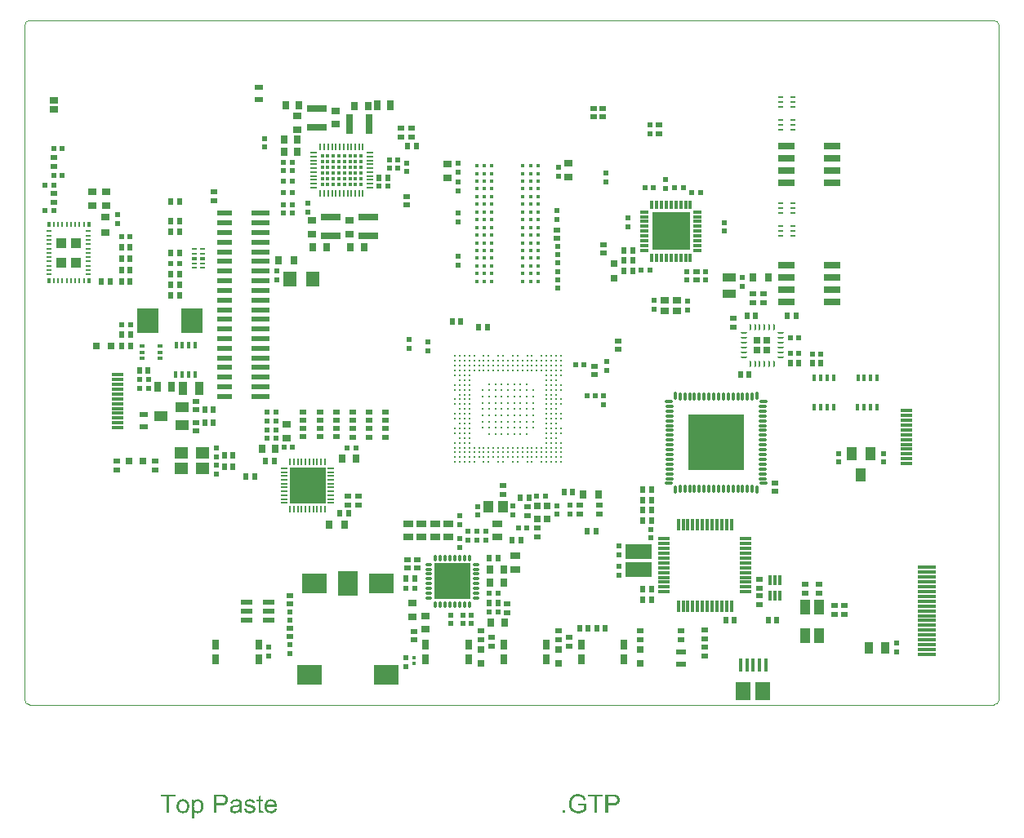
<source format=gtp>
G04 Layer_Color=8421504*
%FSLAX43Y43*%
%MOMM*%
G71*
G01*
G75*
%ADD10R,1.000X0.640*%
%ADD11R,1.000X0.640*%
%ADD12R,0.750X0.750*%
%ADD13R,0.375X0.400*%
%ADD14C,0.100*%
%ADD15R,0.510X0.700*%
%ADD16R,0.700X0.510*%
%ADD17R,0.510X0.560*%
%ADD18R,0.600X0.250*%
%ADD19R,0.560X0.510*%
%ADD20R,0.890X0.640*%
%ADD21R,1.750X0.700*%
%ADD22R,1.400X1.000*%
%ADD23R,0.900X0.550*%
%ADD24R,0.400X0.750*%
%ADD25R,0.450X0.750*%
%ADD26R,1.000X0.640*%
%ADD27R,0.640X1.000*%
%ADD28R,0.800X0.800*%
%ADD29R,0.800X0.800*%
%ADD30R,0.800X0.950*%
%ADD31R,2.000X0.800*%
%ADD32R,0.800X2.000*%
%ADD33R,1.200X0.300*%
%ADD34R,1.400X0.900*%
%ADD35R,0.640X0.890*%
%ADD36R,0.900X1.400*%
%ADD37R,0.750X1.000*%
%ADD38R,1.900X0.300*%
%ADD39R,2.000X2.600*%
%ADD40R,2.500X2.000*%
%ADD41R,1.850X0.600*%
%ADD42R,1.650X0.600*%
%ADD43R,0.400X1.350*%
%ADD44R,1.500X1.900*%
%ADD45R,1.450X1.600*%
%ADD46R,2.200X2.600*%
%ADD47R,1.000X1.250*%
%ADD48R,0.850X0.750*%
%ADD49R,2.700X1.500*%
%ADD50R,1.400X1.200*%
%ADD51R,0.700X0.800*%
%ADD52R,0.600X0.420*%
%ADD53R,1.000X1.400*%
%ADD54R,1.200X0.600*%
%ADD55R,0.300X0.990*%
%ADD56R,0.330X0.425*%
%ADD57R,0.580X0.200*%
%ADD58R,0.580X0.400*%
%ADD59C,0.400*%
%ADD60R,0.300X1.200*%
%ADD61R,1.200X0.300*%
G04:AMPARAMS|DCode=62|XSize=0.25mm|YSize=0.6mm|CornerRadius=0.063mm|HoleSize=0mm|Usage=FLASHONLY|Rotation=270.000|XOffset=0mm|YOffset=0mm|HoleType=Round|Shape=RoundedRectangle|*
%AMROUNDEDRECTD62*
21,1,0.250,0.475,0,0,270.0*
21,1,0.125,0.600,0,0,270.0*
1,1,0.125,-0.237,-0.063*
1,1,0.125,-0.237,0.063*
1,1,0.125,0.237,0.063*
1,1,0.125,0.237,-0.063*
%
%ADD62ROUNDEDRECTD62*%
G04:AMPARAMS|DCode=63|XSize=0.25mm|YSize=0.6mm|CornerRadius=0.063mm|HoleSize=0mm|Usage=FLASHONLY|Rotation=0.000|XOffset=0mm|YOffset=0mm|HoleType=Round|Shape=RoundedRectangle|*
%AMROUNDEDRECTD63*
21,1,0.250,0.475,0,0,0.0*
21,1,0.125,0.600,0,0,0.0*
1,1,0.125,0.063,-0.237*
1,1,0.125,-0.063,-0.237*
1,1,0.125,-0.063,0.237*
1,1,0.125,0.063,0.237*
%
%ADD63ROUNDEDRECTD63*%
%ADD64O,0.750X0.300*%
%ADD65O,0.300X0.750*%
%ADD66R,3.700X3.700*%
G04:AMPARAMS|DCode=67|XSize=0.9mm|YSize=0.3mm|CornerRadius=0.075mm|HoleSize=0mm|Usage=FLASHONLY|Rotation=180.000|XOffset=0mm|YOffset=0mm|HoleType=Round|Shape=RoundedRectangle|*
%AMROUNDEDRECTD67*
21,1,0.900,0.150,0,0,180.0*
21,1,0.750,0.300,0,0,180.0*
1,1,0.150,-0.375,0.075*
1,1,0.150,0.375,0.075*
1,1,0.150,0.375,-0.075*
1,1,0.150,-0.375,-0.075*
%
%ADD67ROUNDEDRECTD67*%
%ADD68R,0.900X0.300*%
G04:AMPARAMS|DCode=69|XSize=0.9mm|YSize=0.3mm|CornerRadius=0.075mm|HoleSize=0mm|Usage=FLASHONLY|Rotation=90.000|XOffset=0mm|YOffset=0mm|HoleType=Round|Shape=RoundedRectangle|*
%AMROUNDEDRECTD69*
21,1,0.900,0.150,0,0,90.0*
21,1,0.750,0.300,0,0,90.0*
1,1,0.150,0.075,0.375*
1,1,0.150,0.075,-0.375*
1,1,0.150,-0.075,-0.375*
1,1,0.150,-0.075,0.375*
%
%ADD69ROUNDEDRECTD69*%
%ADD70R,0.300X0.900*%
%ADD71R,3.900X3.900*%
%ADD72R,0.200X0.700*%
%ADD73R,3.800X3.800*%
%ADD74R,0.700X0.200*%
%ADD75O,1.000X0.300*%
%ADD76O,0.300X0.850*%
%ADD77O,0.300X1.000*%
%ADD78O,0.850X0.300*%
%ADD79R,5.850X5.850*%
%ADD80C,0.230*%
%ADD81R,0.200X0.800*%
%ADD82R,0.800X0.200*%
%ADD83R,0.900X0.650*%
%ADD84R,0.950X0.800*%
%ADD85R,1.000X0.600*%
%ADD86R,1.100X1.500*%
%ADD87R,1.000X1.000*%
%ADD88R,0.500X0.250*%
%ADD89R,0.375X0.500*%
%ADD90R,0.250X0.500*%
%ADD91R,0.850X1.300*%
G36*
X24460Y-9823D02*
X24698D01*
Y-10007D01*
X24460D01*
Y-10826D01*
Y-10831D01*
Y-10842D01*
Y-10859D01*
X24462Y-10878D01*
X24465Y-10923D01*
X24468Y-10942D01*
X24471Y-10956D01*
X24473Y-10962D01*
X24482Y-10973D01*
X24493Y-10987D01*
X24512Y-11000D01*
X24518Y-11003D01*
X24532Y-11009D01*
X24557Y-11014D01*
X24593Y-11017D01*
X24621D01*
X24635Y-11014D01*
X24654D01*
X24676Y-11012D01*
X24698Y-11009D01*
X24729Y-11217D01*
X24723D01*
X24712Y-11220D01*
X24693Y-11223D01*
X24668Y-11225D01*
X24640Y-11231D01*
X24610Y-11234D01*
X24548Y-11236D01*
X24526D01*
X24504Y-11234D01*
X24476Y-11231D01*
X24443Y-11228D01*
X24410Y-11220D01*
X24379Y-11211D01*
X24349Y-11198D01*
X24346Y-11195D01*
X24337Y-11189D01*
X24326Y-11181D01*
X24310Y-11167D01*
X24296Y-11153D01*
X24279Y-11134D01*
X24263Y-11114D01*
X24251Y-11089D01*
Y-11087D01*
X24246Y-11075D01*
X24243Y-11056D01*
X24238Y-11028D01*
X24232Y-10992D01*
X24229Y-10970D01*
Y-10945D01*
X24226Y-10914D01*
X24224Y-10884D01*
Y-10851D01*
Y-10812D01*
Y-10007D01*
X24049D01*
Y-9823D01*
X24224D01*
Y-9479D01*
X24460Y-9337D01*
Y-9823D01*
D02*
G37*
G36*
X23355Y-9796D02*
X23396Y-9798D01*
X23441Y-9804D01*
X23488Y-9815D01*
X23538Y-9826D01*
X23585Y-9843D01*
X23588D01*
X23591Y-9846D01*
X23605Y-9851D01*
X23627Y-9862D01*
X23655Y-9876D01*
X23685Y-9896D01*
X23716Y-9918D01*
X23743Y-9943D01*
X23768Y-9970D01*
X23771Y-9973D01*
X23777Y-9984D01*
X23788Y-10004D01*
X23802Y-10026D01*
X23816Y-10059D01*
X23829Y-10095D01*
X23841Y-10137D01*
X23852Y-10184D01*
X23621Y-10215D01*
Y-10209D01*
X23618Y-10198D01*
X23613Y-10179D01*
X23605Y-10154D01*
X23591Y-10129D01*
X23574Y-10101D01*
X23555Y-10073D01*
X23527Y-10048D01*
X23524Y-10045D01*
X23513Y-10040D01*
X23496Y-10029D01*
X23471Y-10018D01*
X23444Y-10007D01*
X23407Y-9995D01*
X23363Y-9990D01*
X23316Y-9987D01*
X23288D01*
X23260Y-9990D01*
X23224Y-9993D01*
X23188Y-10001D01*
X23149Y-10009D01*
X23113Y-10023D01*
X23083Y-10043D01*
X23080Y-10045D01*
X23072Y-10051D01*
X23060Y-10062D01*
X23049Y-10079D01*
X23035Y-10095D01*
X23024Y-10118D01*
X23016Y-10143D01*
X23013Y-10168D01*
Y-10170D01*
Y-10176D01*
X23016Y-10184D01*
Y-10195D01*
X23024Y-10223D01*
X23041Y-10251D01*
X23044Y-10254D01*
X23047Y-10256D01*
X23052Y-10265D01*
X23063Y-10273D01*
X23074Y-10281D01*
X23091Y-10293D01*
X23110Y-10301D01*
X23133Y-10312D01*
X23135D01*
X23141Y-10315D01*
X23152Y-10318D01*
X23171Y-10326D01*
X23199Y-10334D01*
X23235Y-10342D01*
X23258Y-10351D01*
X23282Y-10356D01*
X23310Y-10365D01*
X23341Y-10373D01*
X23344D01*
X23352Y-10376D01*
X23366Y-10379D01*
X23382Y-10384D01*
X23402Y-10390D01*
X23427Y-10395D01*
X23480Y-10412D01*
X23538Y-10429D01*
X23596Y-10448D01*
X23649Y-10467D01*
X23671Y-10476D01*
X23691Y-10484D01*
X23696Y-10487D01*
X23707Y-10492D01*
X23724Y-10501D01*
X23749Y-10515D01*
X23774Y-10531D01*
X23799Y-10553D01*
X23824Y-10578D01*
X23846Y-10606D01*
X23849Y-10609D01*
X23854Y-10620D01*
X23865Y-10637D01*
X23877Y-10662D01*
X23885Y-10692D01*
X23896Y-10726D01*
X23902Y-10764D01*
X23904Y-10809D01*
Y-10814D01*
Y-10828D01*
X23902Y-10851D01*
X23896Y-10881D01*
X23888Y-10914D01*
X23874Y-10950D01*
X23857Y-10992D01*
X23835Y-11031D01*
X23832Y-11037D01*
X23821Y-11048D01*
X23807Y-11067D01*
X23785Y-11089D01*
X23754Y-11114D01*
X23721Y-11142D01*
X23682Y-11167D01*
X23635Y-11192D01*
X23632D01*
X23630Y-11195D01*
X23613Y-11200D01*
X23585Y-11209D01*
X23549Y-11220D01*
X23505Y-11231D01*
X23455Y-11239D01*
X23402Y-11245D01*
X23341Y-11248D01*
X23316D01*
X23296Y-11245D01*
X23274D01*
X23246Y-11242D01*
X23219Y-11239D01*
X23188Y-11234D01*
X23121Y-11220D01*
X23052Y-11200D01*
X22985Y-11173D01*
X22955Y-11156D01*
X22927Y-11137D01*
X22924Y-11134D01*
X22922Y-11131D01*
X22905Y-11114D01*
X22880Y-11089D01*
X22852Y-11050D01*
X22822Y-11003D01*
X22791Y-10948D01*
X22766Y-10878D01*
X22747Y-10801D01*
X22980Y-10764D01*
Y-10767D01*
Y-10770D01*
X22985Y-10787D01*
X22991Y-10814D01*
X23002Y-10845D01*
X23016Y-10878D01*
X23033Y-10914D01*
X23058Y-10950D01*
X23088Y-10981D01*
X23094Y-10984D01*
X23105Y-10992D01*
X23127Y-11003D01*
X23155Y-11017D01*
X23191Y-11031D01*
X23233Y-11042D01*
X23282Y-11050D01*
X23341Y-11053D01*
X23369D01*
X23396Y-11050D01*
X23432Y-11045D01*
X23471Y-11037D01*
X23513Y-11025D01*
X23549Y-11012D01*
X23582Y-10989D01*
X23585Y-10987D01*
X23596Y-10978D01*
X23607Y-10964D01*
X23624Y-10945D01*
X23638Y-10923D01*
X23652Y-10895D01*
X23660Y-10867D01*
X23663Y-10834D01*
Y-10831D01*
Y-10820D01*
X23660Y-10806D01*
X23655Y-10787D01*
X23646Y-10767D01*
X23632Y-10748D01*
X23616Y-10726D01*
X23591Y-10709D01*
X23588Y-10706D01*
X23580Y-10703D01*
X23566Y-10695D01*
X23543Y-10687D01*
X23510Y-10676D01*
X23491Y-10667D01*
X23469Y-10662D01*
X23444Y-10653D01*
X23416Y-10645D01*
X23385Y-10637D01*
X23349Y-10628D01*
X23346D01*
X23338Y-10626D01*
X23324Y-10623D01*
X23307Y-10617D01*
X23285Y-10612D01*
X23260Y-10603D01*
X23208Y-10590D01*
X23146Y-10570D01*
X23088Y-10553D01*
X23033Y-10534D01*
X23008Y-10523D01*
X22988Y-10515D01*
X22983Y-10512D01*
X22972Y-10506D01*
X22955Y-10495D01*
X22933Y-10481D01*
X22908Y-10462D01*
X22883Y-10440D01*
X22858Y-10415D01*
X22836Y-10384D01*
X22833Y-10381D01*
X22827Y-10370D01*
X22819Y-10351D01*
X22811Y-10329D01*
X22802Y-10301D01*
X22794Y-10268D01*
X22788Y-10234D01*
X22786Y-10195D01*
Y-10190D01*
Y-10179D01*
X22788Y-10162D01*
X22791Y-10137D01*
X22797Y-10112D01*
X22802Y-10082D01*
X22813Y-10054D01*
X22827Y-10023D01*
X22830Y-10020D01*
X22836Y-10009D01*
X22844Y-9995D01*
X22858Y-9976D01*
X22874Y-9957D01*
X22894Y-9932D01*
X22916Y-9909D01*
X22944Y-9890D01*
X22947Y-9887D01*
X22955Y-9884D01*
X22966Y-9876D01*
X22983Y-9868D01*
X23005Y-9857D01*
X23030Y-9846D01*
X23060Y-9834D01*
X23094Y-9823D01*
X23099Y-9821D01*
X23110Y-9818D01*
X23130Y-9812D01*
X23155Y-9807D01*
X23185Y-9801D01*
X23219Y-9798D01*
X23258Y-9793D01*
X23324D01*
X23355Y-9796D01*
D02*
G37*
G36*
X25548D02*
X25570Y-9798D01*
X25598Y-9804D01*
X25628Y-9809D01*
X25664Y-9818D01*
X25698Y-9826D01*
X25737Y-9840D01*
X25773Y-9854D01*
X25812Y-9873D01*
X25851Y-9896D01*
X25889Y-9921D01*
X25925Y-9951D01*
X25959Y-9984D01*
X25962Y-9987D01*
X25967Y-9993D01*
X25975Y-10004D01*
X25987Y-10020D01*
X26000Y-10040D01*
X26014Y-10062D01*
X26031Y-10090D01*
X26048Y-10123D01*
X26064Y-10159D01*
X26081Y-10198D01*
X26095Y-10243D01*
X26109Y-10290D01*
X26120Y-10342D01*
X26128Y-10398D01*
X26134Y-10456D01*
X26136Y-10520D01*
Y-10523D01*
Y-10534D01*
Y-10553D01*
X26134Y-10581D01*
X25093D01*
Y-10584D01*
Y-10592D01*
X25095Y-10603D01*
Y-10620D01*
X25098Y-10640D01*
X25104Y-10662D01*
X25112Y-10712D01*
X25129Y-10767D01*
X25151Y-10828D01*
X25181Y-10884D01*
X25220Y-10934D01*
X25223D01*
X25226Y-10939D01*
X25243Y-10953D01*
X25267Y-10973D01*
X25301Y-10992D01*
X25345Y-11014D01*
X25395Y-11034D01*
X25451Y-11048D01*
X25481Y-11050D01*
X25515Y-11053D01*
X25537D01*
X25562Y-11050D01*
X25592Y-11045D01*
X25626Y-11037D01*
X25664Y-11025D01*
X25701Y-11009D01*
X25737Y-10987D01*
X25739Y-10984D01*
X25753Y-10973D01*
X25770Y-10956D01*
X25789Y-10934D01*
X25812Y-10903D01*
X25837Y-10864D01*
X25862Y-10820D01*
X25884Y-10767D01*
X26128Y-10798D01*
Y-10801D01*
X26125Y-10806D01*
X26123Y-10817D01*
X26117Y-10834D01*
X26109Y-10851D01*
X26100Y-10873D01*
X26078Y-10920D01*
X26050Y-10973D01*
X26012Y-11028D01*
X25967Y-11081D01*
X25912Y-11131D01*
X25909D01*
X25903Y-11137D01*
X25895Y-11142D01*
X25884Y-11150D01*
X25867Y-11159D01*
X25851Y-11167D01*
X25828Y-11178D01*
X25803Y-11189D01*
X25776Y-11200D01*
X25748Y-11211D01*
X25678Y-11228D01*
X25601Y-11242D01*
X25515Y-11248D01*
X25484D01*
X25465Y-11245D01*
X25440Y-11242D01*
X25409Y-11236D01*
X25376Y-11231D01*
X25340Y-11225D01*
X25262Y-11203D01*
X25220Y-11186D01*
X25181Y-11170D01*
X25140Y-11148D01*
X25101Y-11123D01*
X25065Y-11095D01*
X25029Y-11062D01*
X25026Y-11059D01*
X25020Y-11053D01*
X25012Y-11042D01*
X25001Y-11025D01*
X24987Y-11006D01*
X24973Y-10984D01*
X24957Y-10956D01*
X24940Y-10925D01*
X24923Y-10889D01*
X24907Y-10851D01*
X24893Y-10806D01*
X24879Y-10759D01*
X24868Y-10709D01*
X24859Y-10653D01*
X24854Y-10595D01*
X24851Y-10534D01*
Y-10531D01*
Y-10517D01*
Y-10501D01*
X24854Y-10476D01*
X24857Y-10445D01*
X24859Y-10412D01*
X24865Y-10373D01*
X24873Y-10334D01*
X24895Y-10245D01*
X24909Y-10201D01*
X24926Y-10154D01*
X24948Y-10109D01*
X24973Y-10068D01*
X25001Y-10026D01*
X25032Y-9987D01*
X25034Y-9984D01*
X25040Y-9979D01*
X25051Y-9970D01*
X25065Y-9957D01*
X25081Y-9943D01*
X25104Y-9926D01*
X25129Y-9907D01*
X25159Y-9890D01*
X25190Y-9871D01*
X25226Y-9854D01*
X25265Y-9837D01*
X25306Y-9823D01*
X25351Y-9809D01*
X25398Y-9801D01*
X25448Y-9796D01*
X25501Y-9793D01*
X25528D01*
X25548Y-9796D01*
D02*
G37*
G36*
X21997D02*
X22039Y-9798D01*
X22086Y-9804D01*
X22133Y-9812D01*
X22180Y-9823D01*
X22225Y-9837D01*
X22230Y-9840D01*
X22244Y-9846D01*
X22264Y-9854D01*
X22289Y-9865D01*
X22316Y-9882D01*
X22344Y-9898D01*
X22369Y-9921D01*
X22391Y-9943D01*
X22394Y-9946D01*
X22400Y-9954D01*
X22408Y-9968D01*
X22419Y-9984D01*
X22433Y-10009D01*
X22444Y-10034D01*
X22455Y-10065D01*
X22464Y-10101D01*
Y-10104D01*
X22466Y-10112D01*
X22469Y-10129D01*
X22472Y-10151D01*
Y-10181D01*
X22475Y-10218D01*
X22477Y-10265D01*
Y-10318D01*
Y-10634D01*
Y-10637D01*
Y-10648D01*
Y-10665D01*
Y-10687D01*
Y-10712D01*
Y-10742D01*
X22480Y-10809D01*
Y-10878D01*
X22483Y-10948D01*
X22486Y-10978D01*
Y-11006D01*
X22488Y-11031D01*
X22491Y-11050D01*
Y-11053D01*
X22494Y-11064D01*
X22497Y-11081D01*
X22505Y-11103D01*
X22511Y-11128D01*
X22522Y-11156D01*
X22536Y-11186D01*
X22550Y-11217D01*
X22302D01*
X22300Y-11214D01*
X22297Y-11203D01*
X22291Y-11189D01*
X22283Y-11167D01*
X22275Y-11142D01*
X22269Y-11112D01*
X22264Y-11078D01*
X22258Y-11042D01*
X22255D01*
X22253Y-11048D01*
X22236Y-11062D01*
X22211Y-11081D01*
X22178Y-11106D01*
X22136Y-11131D01*
X22094Y-11159D01*
X22050Y-11184D01*
X22003Y-11203D01*
X21997Y-11206D01*
X21980Y-11209D01*
X21955Y-11217D01*
X21925Y-11225D01*
X21886Y-11234D01*
X21842Y-11239D01*
X21792Y-11245D01*
X21742Y-11248D01*
X21719D01*
X21703Y-11245D01*
X21683D01*
X21661Y-11242D01*
X21611Y-11234D01*
X21556Y-11220D01*
X21495Y-11200D01*
X21439Y-11173D01*
X21389Y-11137D01*
X21384Y-11131D01*
X21370Y-11117D01*
X21350Y-11092D01*
X21328Y-11059D01*
X21306Y-11017D01*
X21286Y-10970D01*
X21273Y-10912D01*
X21270Y-10884D01*
X21267Y-10851D01*
Y-10845D01*
Y-10834D01*
X21270Y-10814D01*
X21273Y-10789D01*
X21278Y-10759D01*
X21286Y-10728D01*
X21298Y-10695D01*
X21311Y-10665D01*
X21314Y-10662D01*
X21320Y-10651D01*
X21331Y-10634D01*
X21345Y-10615D01*
X21361Y-10592D01*
X21384Y-10570D01*
X21406Y-10548D01*
X21434Y-10528D01*
X21436Y-10526D01*
X21447Y-10520D01*
X21461Y-10509D01*
X21483Y-10498D01*
X21508Y-10487D01*
X21539Y-10473D01*
X21570Y-10462D01*
X21606Y-10451D01*
X21608D01*
X21620Y-10448D01*
X21636Y-10442D01*
X21658Y-10440D01*
X21686Y-10434D01*
X21722Y-10429D01*
X21764Y-10420D01*
X21814Y-10415D01*
X21817D01*
X21828Y-10412D01*
X21842D01*
X21861Y-10409D01*
X21883Y-10406D01*
X21911Y-10401D01*
X21942Y-10398D01*
X21975Y-10392D01*
X22042Y-10379D01*
X22114Y-10365D01*
X22178Y-10348D01*
X22208Y-10340D01*
X22236Y-10331D01*
Y-10329D01*
Y-10323D01*
X22239Y-10306D01*
Y-10287D01*
Y-10276D01*
Y-10270D01*
Y-10268D01*
Y-10265D01*
Y-10248D01*
X22236Y-10220D01*
X22230Y-10190D01*
X22222Y-10156D01*
X22208Y-10123D01*
X22191Y-10093D01*
X22169Y-10068D01*
X22166Y-10065D01*
X22153Y-10054D01*
X22130Y-10043D01*
X22103Y-10026D01*
X22064Y-10012D01*
X22019Y-9998D01*
X21964Y-9990D01*
X21900Y-9987D01*
X21872D01*
X21844Y-9990D01*
X21806Y-9995D01*
X21767Y-10001D01*
X21725Y-10012D01*
X21686Y-10026D01*
X21653Y-10045D01*
X21650Y-10048D01*
X21639Y-10057D01*
X21625Y-10070D01*
X21608Y-10093D01*
X21592Y-10120D01*
X21572Y-10156D01*
X21556Y-10201D01*
X21539Y-10251D01*
X21309Y-10220D01*
Y-10218D01*
X21311Y-10215D01*
Y-10206D01*
X21314Y-10195D01*
X21322Y-10170D01*
X21334Y-10134D01*
X21347Y-10098D01*
X21364Y-10059D01*
X21386Y-10020D01*
X21411Y-9984D01*
X21414Y-9982D01*
X21425Y-9970D01*
X21442Y-9954D01*
X21464Y-9932D01*
X21495Y-9909D01*
X21531Y-9887D01*
X21572Y-9862D01*
X21620Y-9843D01*
X21622D01*
X21625Y-9840D01*
X21633Y-9837D01*
X21645Y-9834D01*
X21672Y-9826D01*
X21711Y-9818D01*
X21756Y-9809D01*
X21811Y-9801D01*
X21869Y-9796D01*
X21936Y-9793D01*
X21967D01*
X21997Y-9796D01*
D02*
G37*
G36*
X20417Y-9299D02*
X20465Y-9301D01*
X20515Y-9304D01*
X20562Y-9310D01*
X20603Y-9315D01*
X20609D01*
X20628Y-9321D01*
X20653Y-9326D01*
X20687Y-9335D01*
X20723Y-9349D01*
X20762Y-9365D01*
X20803Y-9385D01*
X20839Y-9407D01*
X20845Y-9410D01*
X20856Y-9418D01*
X20873Y-9435D01*
X20895Y-9454D01*
X20920Y-9479D01*
X20945Y-9512D01*
X20973Y-9549D01*
X20995Y-9590D01*
X20998Y-9596D01*
X21003Y-9610D01*
X21014Y-9635D01*
X21025Y-9668D01*
X21034Y-9707D01*
X21045Y-9751D01*
X21050Y-9801D01*
X21053Y-9854D01*
Y-9857D01*
Y-9865D01*
Y-9876D01*
X21050Y-9896D01*
X21048Y-9915D01*
X21045Y-9940D01*
X21039Y-9968D01*
X21034Y-9998D01*
X21014Y-10062D01*
X21003Y-10095D01*
X20987Y-10132D01*
X20967Y-10168D01*
X20948Y-10201D01*
X20923Y-10234D01*
X20895Y-10268D01*
X20892Y-10270D01*
X20887Y-10276D01*
X20878Y-10284D01*
X20864Y-10293D01*
X20848Y-10306D01*
X20826Y-10320D01*
X20798Y-10337D01*
X20767Y-10351D01*
X20731Y-10367D01*
X20690Y-10384D01*
X20645Y-10398D01*
X20592Y-10409D01*
X20537Y-10420D01*
X20476Y-10429D01*
X20406Y-10434D01*
X20334Y-10437D01*
X19843D01*
Y-11217D01*
X19587D01*
Y-9296D01*
X20376D01*
X20417Y-9299D01*
D02*
G37*
G36*
X15590Y-9524D02*
X14957D01*
Y-11217D01*
X14701D01*
Y-9524D01*
X14068D01*
Y-9296D01*
X15590D01*
Y-9524D01*
D02*
G37*
G36*
X61032Y-9299D02*
X61079Y-9301D01*
X61129Y-9304D01*
X61177Y-9310D01*
X61218Y-9315D01*
X61224D01*
X61243Y-9321D01*
X61268Y-9326D01*
X61302Y-9335D01*
X61338Y-9349D01*
X61377Y-9365D01*
X61418Y-9385D01*
X61454Y-9407D01*
X61460Y-9410D01*
X61471Y-9418D01*
X61488Y-9435D01*
X61510Y-9454D01*
X61535Y-9479D01*
X61560Y-9512D01*
X61588Y-9549D01*
X61610Y-9590D01*
X61612Y-9596D01*
X61618Y-9610D01*
X61629Y-9635D01*
X61640Y-9668D01*
X61649Y-9707D01*
X61660Y-9751D01*
X61665Y-9801D01*
X61668Y-9854D01*
Y-9857D01*
Y-9865D01*
Y-9876D01*
X61665Y-9896D01*
X61662Y-9915D01*
X61660Y-9940D01*
X61654Y-9968D01*
X61649Y-9998D01*
X61629Y-10062D01*
X61618Y-10095D01*
X61601Y-10132D01*
X61582Y-10168D01*
X61563Y-10201D01*
X61538Y-10234D01*
X61510Y-10268D01*
X61507Y-10270D01*
X61501Y-10276D01*
X61493Y-10284D01*
X61479Y-10293D01*
X61463Y-10306D01*
X61440Y-10320D01*
X61413Y-10337D01*
X61382Y-10351D01*
X61346Y-10367D01*
X61304Y-10384D01*
X61260Y-10398D01*
X61207Y-10409D01*
X61152Y-10420D01*
X61091Y-10429D01*
X61021Y-10434D01*
X60949Y-10437D01*
X60458D01*
Y-11217D01*
X60202D01*
Y-9296D01*
X60991D01*
X61032Y-9299D01*
D02*
G37*
G36*
X16434Y-9796D02*
X16459Y-9798D01*
X16486Y-9804D01*
X16517Y-9809D01*
X16553Y-9815D01*
X16628Y-9840D01*
X16667Y-9854D01*
X16706Y-9873D01*
X16744Y-9893D01*
X16783Y-9921D01*
X16819Y-9948D01*
X16856Y-9982D01*
X16858Y-9984D01*
X16864Y-9990D01*
X16872Y-10001D01*
X16883Y-10015D01*
X16897Y-10034D01*
X16914Y-10059D01*
X16931Y-10087D01*
X16947Y-10118D01*
X16964Y-10151D01*
X16980Y-10193D01*
X16997Y-10234D01*
X17011Y-10281D01*
X17022Y-10331D01*
X17030Y-10384D01*
X17036Y-10440D01*
X17039Y-10501D01*
Y-10504D01*
Y-10512D01*
Y-10526D01*
Y-10545D01*
X17036Y-10567D01*
X17033Y-10595D01*
Y-10623D01*
X17028Y-10653D01*
X17019Y-10723D01*
X17003Y-10792D01*
X16983Y-10862D01*
X16955Y-10925D01*
Y-10928D01*
X16953Y-10931D01*
X16947Y-10939D01*
X16942Y-10950D01*
X16922Y-10978D01*
X16897Y-11012D01*
X16864Y-11050D01*
X16822Y-11089D01*
X16775Y-11128D01*
X16720Y-11164D01*
X16717D01*
X16714Y-11167D01*
X16706Y-11173D01*
X16692Y-11178D01*
X16678Y-11184D01*
X16661Y-11189D01*
X16620Y-11206D01*
X16572Y-11220D01*
X16514Y-11234D01*
X16453Y-11245D01*
X16386Y-11248D01*
X16359D01*
X16336Y-11245D01*
X16311Y-11242D01*
X16284Y-11236D01*
X16250Y-11231D01*
X16217Y-11225D01*
X16142Y-11203D01*
X16100Y-11186D01*
X16062Y-11170D01*
X16023Y-11148D01*
X15984Y-11123D01*
X15948Y-11095D01*
X15912Y-11062D01*
X15909Y-11059D01*
X15903Y-11053D01*
X15895Y-11042D01*
X15884Y-11025D01*
X15870Y-11006D01*
X15856Y-10984D01*
X15839Y-10956D01*
X15823Y-10923D01*
X15806Y-10887D01*
X15789Y-10845D01*
X15776Y-10801D01*
X15762Y-10753D01*
X15751Y-10701D01*
X15742Y-10645D01*
X15737Y-10584D01*
X15734Y-10520D01*
Y-10515D01*
Y-10504D01*
X15737Y-10484D01*
Y-10456D01*
X15740Y-10426D01*
X15745Y-10387D01*
X15751Y-10348D01*
X15762Y-10304D01*
X15773Y-10259D01*
X15787Y-10212D01*
X15803Y-10162D01*
X15826Y-10115D01*
X15848Y-10070D01*
X15878Y-10026D01*
X15909Y-9984D01*
X15948Y-9948D01*
X15950Y-9946D01*
X15956Y-9943D01*
X15967Y-9934D01*
X15981Y-9923D01*
X15998Y-9912D01*
X16020Y-9898D01*
X16042Y-9884D01*
X16070Y-9871D01*
X16100Y-9857D01*
X16134Y-9843D01*
X16209Y-9818D01*
X16295Y-9798D01*
X16339Y-9796D01*
X16386Y-9793D01*
X16414D01*
X16434Y-9796D01*
D02*
G37*
G36*
X57420Y-9265D02*
X57443D01*
X57495Y-9271D01*
X57554Y-9279D01*
X57615Y-9293D01*
X57681Y-9310D01*
X57745Y-9332D01*
X57748D01*
X57754Y-9335D01*
X57762Y-9337D01*
X57773Y-9343D01*
X57804Y-9360D01*
X57842Y-9379D01*
X57884Y-9407D01*
X57928Y-9440D01*
X57970Y-9476D01*
X58009Y-9521D01*
X58015Y-9526D01*
X58026Y-9543D01*
X58042Y-9568D01*
X58064Y-9604D01*
X58087Y-9648D01*
X58112Y-9704D01*
X58137Y-9765D01*
X58156Y-9834D01*
X57926Y-9896D01*
Y-9893D01*
X57923Y-9890D01*
X57920Y-9882D01*
X57917Y-9871D01*
X57909Y-9846D01*
X57898Y-9812D01*
X57881Y-9773D01*
X57862Y-9737D01*
X57842Y-9698D01*
X57817Y-9665D01*
X57815Y-9662D01*
X57806Y-9651D01*
X57790Y-9637D01*
X57770Y-9618D01*
X57745Y-9596D01*
X57712Y-9573D01*
X57676Y-9551D01*
X57634Y-9532D01*
X57629Y-9529D01*
X57615Y-9524D01*
X57590Y-9515D01*
X57556Y-9504D01*
X57518Y-9496D01*
X57473Y-9487D01*
X57423Y-9482D01*
X57370Y-9479D01*
X57340D01*
X57326Y-9482D01*
X57309D01*
X57268Y-9485D01*
X57221Y-9493D01*
X57168Y-9501D01*
X57118Y-9515D01*
X57068Y-9535D01*
X57062Y-9537D01*
X57046Y-9543D01*
X57023Y-9557D01*
X56996Y-9571D01*
X56962Y-9593D01*
X56926Y-9615D01*
X56893Y-9643D01*
X56862Y-9673D01*
X56860Y-9676D01*
X56848Y-9687D01*
X56835Y-9707D01*
X56818Y-9729D01*
X56799Y-9757D01*
X56779Y-9790D01*
X56760Y-9826D01*
X56740Y-9865D01*
Y-9868D01*
X56737Y-9873D01*
X56735Y-9882D01*
X56729Y-9896D01*
X56724Y-9912D01*
X56718Y-9932D01*
X56710Y-9954D01*
X56704Y-9979D01*
X56690Y-10037D01*
X56679Y-10104D01*
X56671Y-10173D01*
X56668Y-10251D01*
Y-10254D01*
Y-10262D01*
Y-10276D01*
X56671Y-10293D01*
Y-10315D01*
X56674Y-10342D01*
X56676Y-10370D01*
X56679Y-10401D01*
X56690Y-10470D01*
X56704Y-10542D01*
X56726Y-10615D01*
X56754Y-10684D01*
Y-10687D01*
X56760Y-10692D01*
X56762Y-10701D01*
X56771Y-10712D01*
X56790Y-10742D01*
X56821Y-10781D01*
X56857Y-10823D01*
X56901Y-10864D01*
X56954Y-10903D01*
X57012Y-10939D01*
X57015D01*
X57021Y-10942D01*
X57029Y-10948D01*
X57043Y-10953D01*
X57057Y-10959D01*
X57076Y-10964D01*
X57121Y-10981D01*
X57176Y-10995D01*
X57237Y-11009D01*
X57304Y-11020D01*
X57373Y-11023D01*
X57401D01*
X57418Y-11020D01*
X57434D01*
X57476Y-11014D01*
X57526Y-11009D01*
X57579Y-10998D01*
X57637Y-10981D01*
X57695Y-10962D01*
X57698D01*
X57704Y-10959D01*
X57709Y-10956D01*
X57720Y-10950D01*
X57751Y-10937D01*
X57784Y-10920D01*
X57823Y-10901D01*
X57865Y-10878D01*
X57903Y-10853D01*
X57937Y-10826D01*
Y-10465D01*
X57370D01*
Y-10237D01*
X58187D01*
Y-10950D01*
X58184Y-10953D01*
X58178Y-10956D01*
X58167Y-10964D01*
X58153Y-10975D01*
X58137Y-10987D01*
X58117Y-11000D01*
X58092Y-11017D01*
X58067Y-11034D01*
X58009Y-11070D01*
X57942Y-11109D01*
X57873Y-11145D01*
X57798Y-11175D01*
X57795D01*
X57790Y-11178D01*
X57779Y-11181D01*
X57765Y-11186D01*
X57745Y-11192D01*
X57723Y-11200D01*
X57698Y-11206D01*
X57673Y-11211D01*
X57612Y-11225D01*
X57543Y-11239D01*
X57468Y-11248D01*
X57390Y-11250D01*
X57362D01*
X57343Y-11248D01*
X57318D01*
X57287Y-11245D01*
X57254Y-11239D01*
X57218Y-11236D01*
X57137Y-11220D01*
X57051Y-11200D01*
X56962Y-11170D01*
X56918Y-11153D01*
X56873Y-11131D01*
X56871Y-11128D01*
X56862Y-11125D01*
X56851Y-11117D01*
X56835Y-11109D01*
X56815Y-11095D01*
X56796Y-11081D01*
X56743Y-11042D01*
X56687Y-10992D01*
X56629Y-10931D01*
X56574Y-10862D01*
X56524Y-10781D01*
Y-10778D01*
X56518Y-10770D01*
X56513Y-10759D01*
X56504Y-10740D01*
X56496Y-10720D01*
X56488Y-10692D01*
X56476Y-10665D01*
X56465Y-10631D01*
X56454Y-10595D01*
X56443Y-10553D01*
X56435Y-10512D01*
X56427Y-10467D01*
X56413Y-10370D01*
X56407Y-10268D01*
Y-10265D01*
Y-10254D01*
Y-10240D01*
X56410Y-10220D01*
Y-10195D01*
X56413Y-10165D01*
X56418Y-10134D01*
X56421Y-10098D01*
X56429Y-10059D01*
X56435Y-10018D01*
X56457Y-9929D01*
X56485Y-9837D01*
X56524Y-9746D01*
X56526Y-9743D01*
X56529Y-9734D01*
X56535Y-9723D01*
X56546Y-9707D01*
X56557Y-9685D01*
X56571Y-9662D01*
X56610Y-9610D01*
X56657Y-9549D01*
X56715Y-9490D01*
X56782Y-9432D01*
X56821Y-9407D01*
X56860Y-9382D01*
X56862Y-9379D01*
X56871Y-9376D01*
X56882Y-9371D01*
X56898Y-9362D01*
X56921Y-9354D01*
X56946Y-9343D01*
X56973Y-9332D01*
X57007Y-9321D01*
X57043Y-9310D01*
X57082Y-9301D01*
X57123Y-9290D01*
X57168Y-9282D01*
X57265Y-9268D01*
X57315Y-9263D01*
X57404D01*
X57420Y-9265D01*
D02*
G37*
G36*
X17977Y-9796D02*
X17997Y-9798D01*
X18038Y-9804D01*
X18088Y-9815D01*
X18141Y-9832D01*
X18194Y-9857D01*
X18246Y-9887D01*
X18249D01*
X18252Y-9893D01*
X18269Y-9904D01*
X18294Y-9926D01*
X18324Y-9954D01*
X18357Y-9990D01*
X18391Y-10034D01*
X18424Y-10087D01*
X18452Y-10145D01*
Y-10148D01*
X18455Y-10154D01*
X18457Y-10162D01*
X18463Y-10173D01*
X18469Y-10190D01*
X18474Y-10209D01*
X18488Y-10254D01*
X18502Y-10309D01*
X18513Y-10370D01*
X18521Y-10440D01*
X18524Y-10512D01*
Y-10515D01*
Y-10520D01*
Y-10531D01*
Y-10548D01*
X18521Y-10567D01*
Y-10590D01*
X18516Y-10640D01*
X18505Y-10701D01*
X18491Y-10764D01*
X18471Y-10831D01*
X18446Y-10898D01*
Y-10901D01*
X18444Y-10906D01*
X18438Y-10914D01*
X18432Y-10925D01*
X18413Y-10956D01*
X18388Y-10995D01*
X18357Y-11037D01*
X18319Y-11078D01*
X18274Y-11120D01*
X18221Y-11159D01*
X18219D01*
X18216Y-11161D01*
X18208Y-11167D01*
X18196Y-11173D01*
X18169Y-11186D01*
X18130Y-11203D01*
X18083Y-11220D01*
X18033Y-11234D01*
X17974Y-11245D01*
X17916Y-11248D01*
X17897D01*
X17874Y-11245D01*
X17847Y-11242D01*
X17813Y-11236D01*
X17777Y-11228D01*
X17741Y-11217D01*
X17705Y-11200D01*
X17702Y-11198D01*
X17688Y-11192D01*
X17672Y-11181D01*
X17650Y-11164D01*
X17627Y-11148D01*
X17600Y-11125D01*
X17575Y-11100D01*
X17552Y-11073D01*
Y-11750D01*
X17316D01*
Y-9823D01*
X17530D01*
Y-10007D01*
X17533Y-10001D01*
X17544Y-9990D01*
X17558Y-9970D01*
X17580Y-9948D01*
X17605Y-9921D01*
X17633Y-9896D01*
X17666Y-9871D01*
X17700Y-9848D01*
X17705Y-9846D01*
X17716Y-9840D01*
X17738Y-9832D01*
X17766Y-9821D01*
X17799Y-9809D01*
X17838Y-9801D01*
X17883Y-9796D01*
X17933Y-9793D01*
X17963D01*
X17977Y-9796D01*
D02*
G37*
G36*
X56032Y-11217D02*
X55763D01*
Y-10948D01*
X56032D01*
Y-11217D01*
D02*
G37*
G36*
X59938Y-9524D02*
X59305D01*
Y-11217D01*
X59050D01*
Y-9524D01*
X58417D01*
Y-9296D01*
X59938D01*
Y-9524D01*
D02*
G37*
%LPC*%
G36*
X25503Y-9987D02*
X25487D01*
X25476Y-9990D01*
X25445Y-9993D01*
X25409Y-10001D01*
X25365Y-10015D01*
X25317Y-10034D01*
X25273Y-10062D01*
X25229Y-10098D01*
X25223Y-10104D01*
X25212Y-10118D01*
X25193Y-10143D01*
X25173Y-10176D01*
X25151Y-10215D01*
X25131Y-10265D01*
X25115Y-10323D01*
X25106Y-10387D01*
X25887D01*
Y-10384D01*
Y-10379D01*
X25884Y-10370D01*
Y-10359D01*
X25878Y-10326D01*
X25870Y-10290D01*
X25856Y-10245D01*
X25842Y-10204D01*
X25820Y-10162D01*
X25795Y-10126D01*
Y-10123D01*
X25789Y-10120D01*
X25776Y-10104D01*
X25751Y-10082D01*
X25717Y-10057D01*
X25676Y-10032D01*
X25626Y-10009D01*
X25567Y-9993D01*
X25537Y-9990D01*
X25503Y-9987D01*
D02*
G37*
G36*
X22239Y-10517D02*
X22236D01*
X22233Y-10520D01*
X22225Y-10523D01*
X22214Y-10526D01*
X22200Y-10531D01*
X22183Y-10537D01*
X22164Y-10542D01*
X22141Y-10548D01*
X22116Y-10556D01*
X22086Y-10562D01*
X22055Y-10570D01*
X22019Y-10578D01*
X21980Y-10587D01*
X21942Y-10595D01*
X21897Y-10601D01*
X21850Y-10609D01*
X21844D01*
X21828Y-10612D01*
X21800Y-10617D01*
X21769Y-10623D01*
X21736Y-10628D01*
X21703Y-10637D01*
X21672Y-10645D01*
X21645Y-10656D01*
X21642D01*
X21633Y-10662D01*
X21622Y-10667D01*
X21611Y-10676D01*
X21578Y-10698D01*
X21550Y-10731D01*
Y-10734D01*
X21545Y-10740D01*
X21542Y-10751D01*
X21536Y-10764D01*
X21531Y-10781D01*
X21525Y-10798D01*
X21522Y-10820D01*
X21520Y-10842D01*
Y-10845D01*
Y-10859D01*
X21522Y-10876D01*
X21528Y-10898D01*
X21536Y-10923D01*
X21550Y-10948D01*
X21567Y-10975D01*
X21589Y-11000D01*
X21592Y-11003D01*
X21603Y-11009D01*
X21620Y-11020D01*
X21642Y-11031D01*
X21672Y-11042D01*
X21708Y-11053D01*
X21750Y-11059D01*
X21800Y-11062D01*
X21822D01*
X21850Y-11059D01*
X21881Y-11053D01*
X21919Y-11048D01*
X21958Y-11037D01*
X22000Y-11023D01*
X22042Y-11003D01*
X22047Y-11000D01*
X22058Y-10992D01*
X22078Y-10978D01*
X22100Y-10959D01*
X22125Y-10937D01*
X22153Y-10909D01*
X22175Y-10876D01*
X22197Y-10839D01*
X22200Y-10837D01*
X22203Y-10826D01*
X22208Y-10806D01*
X22216Y-10781D01*
X22225Y-10748D01*
X22230Y-10709D01*
X22233Y-10662D01*
X22236Y-10606D01*
X22239Y-10517D01*
D02*
G37*
G36*
X20392Y-9524D02*
X19843D01*
Y-10209D01*
X20359D01*
X20379Y-10206D01*
X20398D01*
X20420Y-10204D01*
X20473Y-10198D01*
X20531Y-10187D01*
X20590Y-10170D01*
X20642Y-10148D01*
X20667Y-10134D01*
X20687Y-10118D01*
X20692Y-10112D01*
X20703Y-10101D01*
X20720Y-10079D01*
X20739Y-10051D01*
X20759Y-10015D01*
X20776Y-9970D01*
X20787Y-9921D01*
X20792Y-9862D01*
Y-9859D01*
Y-9857D01*
Y-9843D01*
X20789Y-9818D01*
X20784Y-9790D01*
X20778Y-9759D01*
X20767Y-9723D01*
X20751Y-9690D01*
X20731Y-9657D01*
X20728Y-9654D01*
X20720Y-9643D01*
X20706Y-9629D01*
X20690Y-9610D01*
X20665Y-9590D01*
X20637Y-9573D01*
X20606Y-9557D01*
X20570Y-9543D01*
X20567D01*
X20556Y-9540D01*
X20540Y-9537D01*
X20517Y-9532D01*
X20484Y-9529D01*
X20442Y-9526D01*
X20392Y-9524D01*
D02*
G37*
G36*
X61007D02*
X60458D01*
Y-10209D01*
X60974D01*
X60993Y-10206D01*
X61013D01*
X61035Y-10204D01*
X61088Y-10198D01*
X61146Y-10187D01*
X61204Y-10170D01*
X61257Y-10148D01*
X61282Y-10134D01*
X61302Y-10118D01*
X61307Y-10112D01*
X61318Y-10101D01*
X61335Y-10079D01*
X61354Y-10051D01*
X61374Y-10015D01*
X61390Y-9970D01*
X61402Y-9921D01*
X61407Y-9862D01*
Y-9859D01*
Y-9857D01*
Y-9843D01*
X61404Y-9818D01*
X61399Y-9790D01*
X61393Y-9759D01*
X61382Y-9723D01*
X61365Y-9690D01*
X61346Y-9657D01*
X61343Y-9654D01*
X61335Y-9643D01*
X61321Y-9629D01*
X61304Y-9610D01*
X61279Y-9590D01*
X61252Y-9573D01*
X61221Y-9557D01*
X61185Y-9543D01*
X61182D01*
X61171Y-9540D01*
X61154Y-9537D01*
X61132Y-9532D01*
X61099Y-9529D01*
X61057Y-9526D01*
X61007Y-9524D01*
D02*
G37*
G36*
X16386Y-9987D02*
X16370D01*
X16356Y-9990D01*
X16325Y-9993D01*
X16284Y-10004D01*
X16236Y-10020D01*
X16186Y-10043D01*
X16139Y-10076D01*
X16114Y-10098D01*
X16092Y-10120D01*
Y-10123D01*
X16087Y-10126D01*
X16081Y-10134D01*
X16073Y-10145D01*
X16064Y-10159D01*
X16056Y-10176D01*
X16045Y-10198D01*
X16034Y-10220D01*
X16023Y-10248D01*
X16012Y-10276D01*
X16003Y-10309D01*
X15995Y-10345D01*
X15987Y-10384D01*
X15981Y-10426D01*
X15978Y-10473D01*
X15975Y-10520D01*
Y-10523D01*
Y-10531D01*
Y-10545D01*
X15978Y-10565D01*
Y-10587D01*
X15981Y-10612D01*
X15989Y-10670D01*
X16003Y-10737D01*
X16025Y-10803D01*
X16053Y-10867D01*
X16073Y-10895D01*
X16092Y-10923D01*
X16095D01*
X16098Y-10928D01*
X16114Y-10942D01*
X16139Y-10964D01*
X16173Y-10987D01*
X16214Y-11012D01*
X16264Y-11034D01*
X16323Y-11048D01*
X16353Y-11050D01*
X16386Y-11053D01*
X16403D01*
X16417Y-11050D01*
X16447Y-11045D01*
X16489Y-11037D01*
X16534Y-11020D01*
X16583Y-10998D01*
X16631Y-10964D01*
X16656Y-10942D01*
X16678Y-10920D01*
X16681Y-10917D01*
X16683Y-10914D01*
X16689Y-10906D01*
X16697Y-10895D01*
X16706Y-10881D01*
X16717Y-10864D01*
X16728Y-10842D01*
X16739Y-10820D01*
X16750Y-10792D01*
X16758Y-10762D01*
X16769Y-10728D01*
X16778Y-10692D01*
X16786Y-10651D01*
X16792Y-10609D01*
X16797Y-10562D01*
Y-10512D01*
Y-10509D01*
Y-10501D01*
Y-10487D01*
X16794Y-10470D01*
Y-10448D01*
X16792Y-10423D01*
X16783Y-10365D01*
X16769Y-10304D01*
X16747Y-10237D01*
X16717Y-10176D01*
X16700Y-10145D01*
X16678Y-10120D01*
Y-10118D01*
X16672Y-10115D01*
X16656Y-10098D01*
X16631Y-10079D01*
X16597Y-10054D01*
X16556Y-10029D01*
X16506Y-10007D01*
X16450Y-9993D01*
X16420Y-9990D01*
X16386Y-9987D01*
D02*
G37*
G36*
X17911Y-9979D02*
X17897D01*
X17886Y-9982D01*
X17858Y-9987D01*
X17822Y-9995D01*
X17780Y-10012D01*
X17736Y-10037D01*
X17711Y-10054D01*
X17688Y-10073D01*
X17666Y-10095D01*
X17644Y-10120D01*
Y-10123D01*
X17638Y-10126D01*
X17633Y-10134D01*
X17627Y-10145D01*
X17619Y-10162D01*
X17608Y-10179D01*
X17597Y-10201D01*
X17588Y-10223D01*
X17577Y-10251D01*
X17566Y-10281D01*
X17558Y-10315D01*
X17547Y-10351D01*
X17541Y-10392D01*
X17536Y-10434D01*
X17530Y-10479D01*
Y-10528D01*
Y-10531D01*
Y-10540D01*
Y-10553D01*
X17533Y-10573D01*
Y-10595D01*
X17536Y-10620D01*
X17544Y-10678D01*
X17558Y-10745D01*
X17575Y-10809D01*
X17602Y-10873D01*
X17619Y-10901D01*
X17638Y-10925D01*
X17644Y-10931D01*
X17658Y-10945D01*
X17680Y-10967D01*
X17711Y-10989D01*
X17749Y-11012D01*
X17794Y-11034D01*
X17844Y-11048D01*
X17872Y-11050D01*
X17899Y-11053D01*
X17916D01*
X17927Y-11050D01*
X17955Y-11045D01*
X17994Y-11037D01*
X18035Y-11020D01*
X18080Y-10998D01*
X18124Y-10964D01*
X18146Y-10945D01*
X18169Y-10923D01*
Y-10920D01*
X18174Y-10917D01*
X18180Y-10909D01*
X18185Y-10898D01*
X18196Y-10884D01*
X18205Y-10864D01*
X18216Y-10845D01*
X18227Y-10820D01*
X18235Y-10795D01*
X18246Y-10762D01*
X18258Y-10728D01*
X18266Y-10692D01*
X18271Y-10651D01*
X18277Y-10606D01*
X18283Y-10559D01*
Y-10509D01*
Y-10506D01*
Y-10498D01*
Y-10484D01*
X18280Y-10465D01*
Y-10442D01*
X18277Y-10417D01*
X18269Y-10359D01*
X18255Y-10295D01*
X18235Y-10231D01*
X18208Y-10168D01*
X18191Y-10137D01*
X18171Y-10112D01*
Y-10109D01*
X18166Y-10107D01*
X18152Y-10090D01*
X18130Y-10070D01*
X18099Y-10045D01*
X18060Y-10020D01*
X18016Y-9998D01*
X17966Y-9984D01*
X17938Y-9982D01*
X17911Y-9979D01*
D02*
G37*
%LPD*%
D10*
X48950Y17400D02*
D03*
X48950Y18800D02*
D03*
D11*
X43925Y18800D02*
D03*
X43925Y17400D02*
D03*
X41125Y18800D02*
D03*
X41125Y17400D02*
D03*
X39725Y18800D02*
D03*
X39725Y17400D02*
D03*
X42525Y18800D02*
D03*
X42525Y17400D02*
D03*
D12*
X75950Y37800D02*
D03*
X75950Y36800D02*
D03*
X76950Y36800D02*
D03*
X76950Y37800D02*
D03*
D13*
X30837Y53975D02*
D03*
X31412D02*
D03*
X31987D02*
D03*
X32562D02*
D03*
X32562Y54575D02*
D03*
X31987D02*
D03*
X31413D02*
D03*
X30837D02*
D03*
X32562Y55175D02*
D03*
X31987D02*
D03*
X31413D02*
D03*
X30837D02*
D03*
X30838Y55775D02*
D03*
X31413D02*
D03*
X31988D02*
D03*
X32563D02*
D03*
X32562Y56375D02*
D03*
X31987D02*
D03*
X31412D02*
D03*
X30837D02*
D03*
X32562Y56975D02*
D03*
X31987D02*
D03*
X31412D02*
D03*
X30837D02*
D03*
X33137Y53975D02*
D03*
X33712D02*
D03*
X34287D02*
D03*
X34862D02*
D03*
X34862Y54575D02*
D03*
X34287D02*
D03*
X33712D02*
D03*
X33137D02*
D03*
X34862Y55175D02*
D03*
X34287D02*
D03*
X33712D02*
D03*
X33137D02*
D03*
X33137Y56975D02*
D03*
X33712D02*
D03*
X34287D02*
D03*
X34862D02*
D03*
X33137Y56375D02*
D03*
X33712D02*
D03*
X34287D02*
D03*
X34862D02*
D03*
X34862Y55775D02*
D03*
X34287D02*
D03*
X33713D02*
D03*
X33138D02*
D03*
D14*
X100500Y-0D02*
G03*
X101000Y500I0J500D01*
G01*
X500Y71000D02*
G03*
X-0Y70500I0J-500D01*
G01*
X101000D02*
G03*
X100500Y71000I-500J0D01*
G01*
X-0Y500D02*
G03*
X500Y-0I500J0D01*
G01*
X500Y0D02*
X100500D01*
X101000Y500D02*
Y70500D01*
X0Y500D02*
Y70500D01*
X500Y71000D02*
X100500D01*
D15*
X52250Y21475D02*
D03*
X51350D02*
D03*
X40600Y58000D02*
D03*
X39700D02*
D03*
X74850Y40325D02*
D03*
X75750D02*
D03*
X79950Y40375D02*
D03*
X79050D02*
D03*
X37625Y54675D02*
D03*
X36725D02*
D03*
X10050Y37225D02*
D03*
X10950D02*
D03*
X47950Y39170D02*
D03*
X47050D02*
D03*
X16050Y46875D02*
D03*
X15150D02*
D03*
X74175Y34275D02*
D03*
X75075D02*
D03*
X80250Y35425D02*
D03*
X79350D02*
D03*
X81625Y35425D02*
D03*
X82525D02*
D03*
X62125Y45050D02*
D03*
X63025D02*
D03*
X62125Y46100D02*
D03*
X63025D02*
D03*
Y47150D02*
D03*
X62125D02*
D03*
X49075Y15250D02*
D03*
X48175D02*
D03*
X49075Y10600D02*
D03*
X48175D02*
D03*
X40425Y13075D02*
D03*
X39525D02*
D03*
X8825Y43900D02*
D03*
X7925D02*
D03*
X10900Y45100D02*
D03*
X10000D02*
D03*
X10900Y47500D02*
D03*
X10000D02*
D03*
X10900Y43900D02*
D03*
X10000D02*
D03*
X10900Y46300D02*
D03*
X10000D02*
D03*
X20675Y24725D02*
D03*
X21575D02*
D03*
X20675Y25875D02*
D03*
X21575D02*
D03*
X22925Y23675D02*
D03*
X23825D02*
D03*
X25850Y25300D02*
D03*
X24950D02*
D03*
X56800Y22075D02*
D03*
X55900D02*
D03*
X77975Y8775D02*
D03*
X77075D02*
D03*
X73575D02*
D03*
X72675D02*
D03*
X64050Y22300D02*
D03*
X64950D02*
D03*
Y21250D02*
D03*
X64050D02*
D03*
Y11975D02*
D03*
X64950D02*
D03*
X64050Y10925D02*
D03*
X64950D02*
D03*
X64050Y20200D02*
D03*
X64950D02*
D03*
X50525Y17125D02*
D03*
X51425D02*
D03*
X64950Y19150D02*
D03*
X64050D02*
D03*
X16050Y52225D02*
D03*
X15150D02*
D03*
X16050Y50175D02*
D03*
X15150D02*
D03*
X16050Y49075D02*
D03*
X15150D02*
D03*
X16050Y44675D02*
D03*
X15150D02*
D03*
X16050Y43575D02*
D03*
X15150D02*
D03*
X16050Y42475D02*
D03*
X15150D02*
D03*
X57500Y7975D02*
D03*
X58400D02*
D03*
X60200D02*
D03*
X59300D02*
D03*
X18650Y30600D02*
D03*
X19550D02*
D03*
X18650Y29300D02*
D03*
X19550D02*
D03*
X10050Y38450D02*
D03*
X10950D02*
D03*
X12775Y34675D02*
D03*
X11875D02*
D03*
X45190Y39760D02*
D03*
X44290D02*
D03*
X33575Y19875D02*
D03*
X32675D02*
D03*
X59200Y18000D02*
D03*
X58300D02*
D03*
D16*
X53100Y18325D02*
D03*
Y17425D02*
D03*
X73425Y40100D02*
D03*
Y39200D02*
D03*
X75525Y42625D02*
D03*
Y41725D02*
D03*
X76575D02*
D03*
Y42625D02*
D03*
X61500Y37775D02*
D03*
Y36875D02*
D03*
X48425Y6075D02*
D03*
Y6975D02*
D03*
X68000Y7675D02*
D03*
Y6775D02*
D03*
X63825Y7675D02*
D03*
Y6775D02*
D03*
X39625Y51850D02*
D03*
Y52750D02*
D03*
X55155Y48390D02*
D03*
Y49290D02*
D03*
X49575Y22750D02*
D03*
Y21850D02*
D03*
X52075Y19625D02*
D03*
Y20525D02*
D03*
X69625Y44075D02*
D03*
Y44975D02*
D03*
X50000Y10475D02*
D03*
Y9575D02*
D03*
X27450Y7950D02*
D03*
Y7050D02*
D03*
Y11350D02*
D03*
Y10450D02*
D03*
X40700Y14175D02*
D03*
Y15075D02*
D03*
X39650Y14175D02*
D03*
Y15075D02*
D03*
X2975Y56775D02*
D03*
Y55875D02*
D03*
Y53050D02*
D03*
Y52150D02*
D03*
X83925Y10275D02*
D03*
Y9375D02*
D03*
X84975Y10275D02*
D03*
Y9375D02*
D03*
X77800Y23025D02*
D03*
Y22125D02*
D03*
X65784Y59286D02*
D03*
Y60186D02*
D03*
X13500Y24400D02*
D03*
Y25300D02*
D03*
X9525Y24400D02*
D03*
Y25300D02*
D03*
X34600Y21650D02*
D03*
Y20750D02*
D03*
X33525Y21650D02*
D03*
Y20750D02*
D03*
X28875Y30400D02*
D03*
Y29500D02*
D03*
X30575Y30400D02*
D03*
Y29500D02*
D03*
X35675Y30400D02*
D03*
Y29500D02*
D03*
X30575Y28700D02*
D03*
Y27800D02*
D03*
X28875Y28700D02*
D03*
Y27800D02*
D03*
X37400Y28675D02*
D03*
Y27775D02*
D03*
X35675Y28675D02*
D03*
Y27775D02*
D03*
X33975Y28675D02*
D03*
Y27775D02*
D03*
X32275Y28700D02*
D03*
Y27800D02*
D03*
X37400Y29500D02*
D03*
Y30400D02*
D03*
X33975Y29500D02*
D03*
Y30400D02*
D03*
X32275Y29500D02*
D03*
Y30400D02*
D03*
X19625Y53225D02*
D03*
Y52325D02*
D03*
X57525Y19800D02*
D03*
Y20700D02*
D03*
X59575Y19800D02*
D03*
Y20700D02*
D03*
X76150Y11300D02*
D03*
Y10400D02*
D03*
X70525Y5050D02*
D03*
Y5950D02*
D03*
X82375Y11600D02*
D03*
Y12500D02*
D03*
X70525Y6850D02*
D03*
Y7750D02*
D03*
X80875Y11600D02*
D03*
Y12500D02*
D03*
X76150Y13000D02*
D03*
Y12100D02*
D03*
X40350Y6725D02*
D03*
Y7625D02*
D03*
X47300Y6775D02*
D03*
Y7675D02*
D03*
X56475Y6075D02*
D03*
Y6975D02*
D03*
X55350Y6775D02*
D03*
Y7675D02*
D03*
X17725Y28400D02*
D03*
Y29300D02*
D03*
Y31500D02*
D03*
Y30600D02*
D03*
X39025Y58900D02*
D03*
Y59800D02*
D03*
X40074Y58913D02*
D03*
Y59813D02*
D03*
X59875Y61900D02*
D03*
Y61000D02*
D03*
X58950Y61900D02*
D03*
Y61000D02*
D03*
X59025Y35150D02*
D03*
Y34250D02*
D03*
X60006Y47750D02*
D03*
Y46850D02*
D03*
D17*
X52050Y18325D02*
D03*
X51150D02*
D03*
X15150Y45775D02*
D03*
X16050D02*
D03*
X10000Y48600D02*
D03*
X10900D02*
D03*
X57100Y35320D02*
D03*
X58000D02*
D03*
X79350Y38050D02*
D03*
X80250D02*
D03*
X79350Y36450D02*
D03*
X80250D02*
D03*
X82525Y36400D02*
D03*
X81625D02*
D03*
X64825Y45125D02*
D03*
X63925D02*
D03*
X70075Y53175D02*
D03*
X69175D02*
D03*
X67375Y53650D02*
D03*
X68275D02*
D03*
X65175Y53675D02*
D03*
X64275D02*
D03*
X48175Y11575D02*
D03*
X49075D02*
D03*
X48175Y9625D02*
D03*
X49075D02*
D03*
X40425Y12100D02*
D03*
X39525D02*
D03*
X2975Y57725D02*
D03*
X3875D02*
D03*
X2975Y54900D02*
D03*
X3875D02*
D03*
X2975Y53875D02*
D03*
X2075D02*
D03*
X2975Y51325D02*
D03*
X2075D02*
D03*
X26050Y30350D02*
D03*
X25150D02*
D03*
X26050Y29450D02*
D03*
X25150D02*
D03*
X26050Y28550D02*
D03*
X25150D02*
D03*
X26050Y27650D02*
D03*
X25150D02*
D03*
X33400Y26675D02*
D03*
X34300D02*
D03*
X26850Y26750D02*
D03*
X27750D02*
D03*
X58255Y32040D02*
D03*
X59155D02*
D03*
X37775Y55725D02*
D03*
X38675D02*
D03*
X36700Y53825D02*
D03*
X37600D02*
D03*
X38684Y56562D02*
D03*
X37784D02*
D03*
X27700Y53175D02*
D03*
X26800D02*
D03*
X27700Y54325D02*
D03*
X26800D02*
D03*
X27700Y55400D02*
D03*
X26800D02*
D03*
X27700Y51900D02*
D03*
X26800D02*
D03*
X27700Y51075D02*
D03*
X26800D02*
D03*
X27700Y56325D02*
D03*
X26800D02*
D03*
X10050Y39425D02*
D03*
X10950D02*
D03*
X53075Y21625D02*
D03*
X53975D02*
D03*
D18*
X78350Y52050D02*
D03*
Y51550D02*
D03*
Y51050D02*
D03*
X79650D02*
D03*
Y51550D02*
D03*
Y52050D02*
D03*
X78350Y60650D02*
D03*
Y60150D02*
D03*
Y59650D02*
D03*
X79650D02*
D03*
Y60150D02*
D03*
Y60650D02*
D03*
X78350Y63050D02*
D03*
Y62550D02*
D03*
Y62050D02*
D03*
X79650D02*
D03*
Y62550D02*
D03*
Y63050D02*
D03*
X78350Y49650D02*
D03*
Y49150D02*
D03*
Y48650D02*
D03*
X79650D02*
D03*
Y49150D02*
D03*
Y49650D02*
D03*
D19*
X89050Y26075D02*
D03*
Y25175D02*
D03*
X84350Y26075D02*
D03*
Y25175D02*
D03*
X24850Y57850D02*
D03*
Y58750D02*
D03*
X60250Y54290D02*
D03*
Y55190D02*
D03*
X39620Y56230D02*
D03*
Y55330D02*
D03*
X39880Y36980D02*
D03*
Y37880D02*
D03*
X60360Y34730D02*
D03*
Y35630D02*
D03*
X44920Y46530D02*
D03*
Y45630D02*
D03*
X44940Y53340D02*
D03*
Y54240D02*
D03*
X55300Y55740D02*
D03*
Y54840D02*
D03*
X44920Y55260D02*
D03*
Y56160D02*
D03*
X55230Y43220D02*
D03*
Y44120D02*
D03*
Y44960D02*
D03*
Y45860D02*
D03*
X55140Y51290D02*
D03*
Y50390D02*
D03*
X44910Y51030D02*
D03*
Y50130D02*
D03*
X55230Y47600D02*
D03*
Y46700D02*
D03*
X70600Y44975D02*
D03*
Y44075D02*
D03*
X72550Y49150D02*
D03*
Y50050D02*
D03*
X68650Y44975D02*
D03*
Y44075D02*
D03*
X62500Y49625D02*
D03*
Y50525D02*
D03*
X66450Y53575D02*
D03*
Y54475D02*
D03*
X65200Y41050D02*
D03*
Y41950D02*
D03*
X68750Y41900D02*
D03*
Y41000D02*
D03*
X74400Y44350D02*
D03*
Y43450D02*
D03*
X45400Y9325D02*
D03*
Y8425D02*
D03*
X46300Y9325D02*
D03*
Y8425D02*
D03*
X27450Y5350D02*
D03*
Y6250D02*
D03*
X47800Y18000D02*
D03*
Y17100D02*
D03*
X27450Y8750D02*
D03*
Y9650D02*
D03*
X45075Y16325D02*
D03*
Y17225D02*
D03*
X44175Y9325D02*
D03*
Y8425D02*
D03*
X46875Y17100D02*
D03*
Y18000D02*
D03*
X45975Y17100D02*
D03*
Y18000D02*
D03*
X9575Y49975D02*
D03*
Y50875D02*
D03*
X90400Y6400D02*
D03*
Y5500D02*
D03*
X64825Y60175D02*
D03*
Y59275D02*
D03*
X19825Y24850D02*
D03*
Y23950D02*
D03*
Y25750D02*
D03*
Y26650D02*
D03*
X26100Y45000D02*
D03*
Y44100D02*
D03*
X41790Y36715D02*
D03*
Y37615D02*
D03*
X60005Y31140D02*
D03*
Y32040D02*
D03*
X56550Y20700D02*
D03*
Y19800D02*
D03*
X64900Y18225D02*
D03*
Y17325D02*
D03*
X61625Y16475D02*
D03*
Y15575D02*
D03*
Y13475D02*
D03*
Y14375D02*
D03*
X39500Y4875D02*
D03*
Y3975D02*
D03*
X25250Y5950D02*
D03*
Y5050D02*
D03*
X29350Y52050D02*
D03*
Y51150D02*
D03*
X12825Y33750D02*
D03*
Y32850D02*
D03*
X11925D02*
D03*
Y33750D02*
D03*
X45075Y19600D02*
D03*
Y18700D02*
D03*
X55175Y20675D02*
D03*
Y19775D02*
D03*
X50625Y19725D02*
D03*
Y20625D02*
D03*
X46925Y19675D02*
D03*
Y20575D02*
D03*
D20*
X43850Y54710D02*
D03*
Y56110D02*
D03*
X40150Y9150D02*
D03*
Y10550D02*
D03*
X41550Y7825D02*
D03*
Y9225D02*
D03*
X7000Y53225D02*
D03*
Y51825D02*
D03*
X8450Y53225D02*
D03*
Y51825D02*
D03*
X27125Y27675D02*
D03*
Y29075D02*
D03*
X29750Y48850D02*
D03*
Y50250D02*
D03*
X33625Y48850D02*
D03*
Y50250D02*
D03*
X28250Y61100D02*
D03*
Y59700D02*
D03*
X32250Y61650D02*
D03*
Y60250D02*
D03*
X56390Y56180D02*
D03*
Y54780D02*
D03*
D21*
X83675Y45630D02*
D03*
Y44360D02*
D03*
Y43090D02*
D03*
Y41820D02*
D03*
X78925D02*
D03*
Y43090D02*
D03*
Y44360D02*
D03*
Y45630D02*
D03*
X83675Y58005D02*
D03*
Y56735D02*
D03*
Y55465D02*
D03*
Y54195D02*
D03*
X78925D02*
D03*
Y55465D02*
D03*
Y56735D02*
D03*
Y58005D02*
D03*
D22*
X16300Y29000D02*
D03*
Y30900D02*
D03*
X14100Y29950D02*
D03*
D23*
X12300Y28875D02*
D03*
Y30125D02*
D03*
X24250Y62825D02*
D03*
Y64075D02*
D03*
D24*
X86375Y33900D02*
D03*
X87025D02*
D03*
X87675D02*
D03*
X88325D02*
D03*
X87675Y30850D02*
D03*
X87025D02*
D03*
X15675Y37350D02*
D03*
X16325D02*
D03*
X16975D02*
D03*
X17625D02*
D03*
X16975Y34300D02*
D03*
X16325D02*
D03*
X81875Y33900D02*
D03*
X82525D02*
D03*
X83175D02*
D03*
X83825D02*
D03*
X83175Y30850D02*
D03*
X82525D02*
D03*
D25*
X88350D02*
D03*
X86350D02*
D03*
X17650Y34300D02*
D03*
X15650D02*
D03*
X83850Y30850D02*
D03*
X81850D02*
D03*
D26*
X50825Y15450D02*
D03*
Y14050D02*
D03*
D27*
X37925Y62175D02*
D03*
X36525D02*
D03*
X15175Y33000D02*
D03*
X13775D02*
D03*
D28*
X10775Y25300D02*
D03*
X12275D02*
D03*
X7450Y37225D02*
D03*
X8950D02*
D03*
D29*
X47300Y4275D02*
D03*
Y5775D02*
D03*
X55350Y4275D02*
D03*
Y5775D02*
D03*
X63825D02*
D03*
Y4275D02*
D03*
X61125Y44300D02*
D03*
Y45800D02*
D03*
D30*
X33175Y18725D02*
D03*
X31575D02*
D03*
X27900Y46150D02*
D03*
X26300D02*
D03*
X59450Y21850D02*
D03*
X57850D02*
D03*
X77100Y44350D02*
D03*
X75500D02*
D03*
D31*
X35575Y48625D02*
D03*
Y50625D02*
D03*
X30275Y61900D02*
D03*
Y59900D02*
D03*
X31675Y48625D02*
D03*
Y50625D02*
D03*
D32*
X35675Y60225D02*
D03*
X33675D02*
D03*
D33*
X9580Y28750D02*
D03*
Y29250D02*
D03*
Y29750D02*
D03*
Y30250D02*
D03*
Y30750D02*
D03*
Y31250D02*
D03*
Y31750D02*
D03*
Y32250D02*
D03*
Y32750D02*
D03*
Y33250D02*
D03*
Y33750D02*
D03*
Y34250D02*
D03*
X91420Y30525D02*
D03*
Y30025D02*
D03*
Y29525D02*
D03*
Y29025D02*
D03*
Y28525D02*
D03*
Y28025D02*
D03*
Y27525D02*
D03*
Y27025D02*
D03*
Y26525D02*
D03*
Y26025D02*
D03*
Y25525D02*
D03*
Y25025D02*
D03*
D34*
X73050Y44350D02*
D03*
Y42650D02*
D03*
D35*
X49725Y8500D02*
D03*
X48325D02*
D03*
X49650Y12700D02*
D03*
X48250D02*
D03*
X49650Y14050D02*
D03*
X48250D02*
D03*
X24575Y26525D02*
D03*
X25975D02*
D03*
X34325Y25550D02*
D03*
X32925D02*
D03*
X26875Y57350D02*
D03*
X28275D02*
D03*
X26875Y58625D02*
D03*
X28275D02*
D03*
X29850Y47450D02*
D03*
X31250D02*
D03*
X33750Y47450D02*
D03*
X35150D02*
D03*
X27050Y62175D02*
D03*
X28450D02*
D03*
X34200Y62150D02*
D03*
X35600D02*
D03*
D36*
X16350Y32800D02*
D03*
X18050D02*
D03*
D37*
X57675Y4750D02*
D03*
Y6250D02*
D03*
X62125Y4750D02*
D03*
Y6250D02*
D03*
X19775Y4750D02*
D03*
Y6250D02*
D03*
X24225Y4750D02*
D03*
Y6250D02*
D03*
X49625Y4750D02*
D03*
Y6250D02*
D03*
X54075Y4750D02*
D03*
Y6250D02*
D03*
X41575Y4750D02*
D03*
Y6250D02*
D03*
X46025Y4750D02*
D03*
Y6250D02*
D03*
D38*
X93500Y5250D02*
D03*
Y5750D02*
D03*
Y6250D02*
D03*
Y7250D02*
D03*
Y6750D02*
D03*
Y7750D02*
D03*
Y8250D02*
D03*
Y8750D02*
D03*
Y9250D02*
D03*
Y14250D02*
D03*
Y13750D02*
D03*
Y13250D02*
D03*
Y12750D02*
D03*
Y12250D02*
D03*
Y11750D02*
D03*
Y11250D02*
D03*
Y10750D02*
D03*
Y10250D02*
D03*
Y9750D02*
D03*
D39*
X33500Y12600D02*
D03*
D40*
X30000D02*
D03*
X37000D02*
D03*
X29500Y3100D02*
D03*
X37500D02*
D03*
D41*
X24425Y41000D02*
D03*
Y40000D02*
D03*
Y39000D02*
D03*
Y38000D02*
D03*
Y37000D02*
D03*
Y36000D02*
D03*
Y35000D02*
D03*
Y34000D02*
D03*
Y33000D02*
D03*
Y32000D02*
D03*
Y42000D02*
D03*
Y43000D02*
D03*
Y44000D02*
D03*
Y45000D02*
D03*
Y46000D02*
D03*
Y47000D02*
D03*
Y48000D02*
D03*
Y49000D02*
D03*
Y50000D02*
D03*
Y51000D02*
D03*
D42*
X20675Y41000D02*
D03*
Y40000D02*
D03*
Y39000D02*
D03*
Y38000D02*
D03*
Y37000D02*
D03*
Y36000D02*
D03*
Y35000D02*
D03*
Y34000D02*
D03*
Y33000D02*
D03*
Y32000D02*
D03*
Y42000D02*
D03*
Y43000D02*
D03*
Y44000D02*
D03*
Y45000D02*
D03*
Y46000D02*
D03*
Y47000D02*
D03*
Y48000D02*
D03*
Y49000D02*
D03*
Y50000D02*
D03*
Y51000D02*
D03*
D43*
X74200Y4150D02*
D03*
X74850D02*
D03*
X75500D02*
D03*
X76150D02*
D03*
X76800D02*
D03*
D44*
X74500Y1450D02*
D03*
X76500D02*
D03*
D45*
X27475Y44200D02*
D03*
X29825D02*
D03*
D46*
X17350Y39900D02*
D03*
X12750D02*
D03*
D47*
X49575Y20575D02*
D03*
X48075D02*
D03*
D48*
X67650Y41950D02*
D03*
X66300D02*
D03*
Y40900D02*
D03*
X67650D02*
D03*
D49*
X63625Y15925D02*
D03*
Y14025D02*
D03*
D50*
X18450Y24500D02*
D03*
X16250D02*
D03*
Y26100D02*
D03*
X18450D02*
D03*
D51*
X53150Y19325D02*
D03*
Y20625D02*
D03*
X54150D02*
D03*
Y19325D02*
D03*
D52*
X14050Y35925D02*
D03*
Y36575D02*
D03*
Y37225D02*
D03*
X12150D02*
D03*
Y36575D02*
D03*
Y35925D02*
D03*
D53*
X87650Y26075D02*
D03*
X85750D02*
D03*
X86700Y23875D02*
D03*
D54*
X25250Y8750D02*
D03*
Y9700D02*
D03*
Y10650D02*
D03*
X22950D02*
D03*
Y9700D02*
D03*
Y8750D02*
D03*
D55*
X77275Y12905D02*
D03*
X77775D02*
D03*
X78275D02*
D03*
Y11295D02*
D03*
X77775D02*
D03*
X77275D02*
D03*
D56*
X40350Y4887D02*
D03*
Y4262D02*
D03*
D57*
X18410Y45325D02*
D03*
Y45825D02*
D03*
Y46825D02*
D03*
Y47325D02*
D03*
X17590D02*
D03*
Y46825D02*
D03*
Y45825D02*
D03*
Y45325D02*
D03*
D58*
X18410Y46325D02*
D03*
X17590D02*
D03*
D59*
X53230Y43940D02*
D03*
X52430D02*
D03*
X51630D02*
D03*
X48430D02*
D03*
X47630D02*
D03*
X46830D02*
D03*
X53230Y44740D02*
D03*
X52430D02*
D03*
X51630D02*
D03*
X48430D02*
D03*
X47630D02*
D03*
X46830D02*
D03*
X53230Y45540D02*
D03*
X52430D02*
D03*
X51630D02*
D03*
X48430D02*
D03*
X47630D02*
D03*
X46830D02*
D03*
X53230Y46340D02*
D03*
X52430D02*
D03*
X51630D02*
D03*
X48430D02*
D03*
X47630D02*
D03*
X46830D02*
D03*
X53230Y47140D02*
D03*
X52430D02*
D03*
X51630D02*
D03*
X48430D02*
D03*
X47630D02*
D03*
X46830D02*
D03*
X53230Y47940D02*
D03*
X52430D02*
D03*
X51630D02*
D03*
X48430D02*
D03*
X47630D02*
D03*
X46830D02*
D03*
X53230Y48740D02*
D03*
X52430D02*
D03*
X51630D02*
D03*
X48430D02*
D03*
X47630D02*
D03*
X46830D02*
D03*
X53230Y49540D02*
D03*
X52430D02*
D03*
X51630D02*
D03*
X48430D02*
D03*
X47630D02*
D03*
X46830D02*
D03*
X53230Y50340D02*
D03*
X52430D02*
D03*
X51630D02*
D03*
X48430D02*
D03*
X47630D02*
D03*
X46830D02*
D03*
X53230Y51140D02*
D03*
X52430D02*
D03*
X51630D02*
D03*
X48430D02*
D03*
X47630D02*
D03*
X46830D02*
D03*
X53230Y51940D02*
D03*
X52430D02*
D03*
X51630D02*
D03*
X48430D02*
D03*
X47630D02*
D03*
X46830D02*
D03*
X53230Y52740D02*
D03*
X52430D02*
D03*
X51630D02*
D03*
X48430D02*
D03*
X47630D02*
D03*
X46830D02*
D03*
X53230Y53540D02*
D03*
X52430D02*
D03*
X51630D02*
D03*
X48430D02*
D03*
X47630D02*
D03*
X46830D02*
D03*
X53230Y54340D02*
D03*
X52430D02*
D03*
X51630D02*
D03*
X48430D02*
D03*
X47630D02*
D03*
X46830D02*
D03*
X53230Y55140D02*
D03*
X52430D02*
D03*
X51630D02*
D03*
X48430D02*
D03*
X47630D02*
D03*
X46830D02*
D03*
X53230Y55940D02*
D03*
X52430D02*
D03*
X51630D02*
D03*
X48430D02*
D03*
X47630D02*
D03*
X46830D02*
D03*
D60*
X67750Y18725D02*
D03*
X68250D02*
D03*
X68750D02*
D03*
X69250D02*
D03*
X69750D02*
D03*
X70250D02*
D03*
X70750D02*
D03*
X71250D02*
D03*
X71750D02*
D03*
X72250D02*
D03*
X72750D02*
D03*
X73250D02*
D03*
Y10225D02*
D03*
X72750D02*
D03*
X72250D02*
D03*
X71750D02*
D03*
X71250D02*
D03*
X70750D02*
D03*
X70250D02*
D03*
X69750D02*
D03*
X69250D02*
D03*
X68750D02*
D03*
X68250D02*
D03*
X67750D02*
D03*
D61*
X74750Y17225D02*
D03*
Y16725D02*
D03*
Y16225D02*
D03*
Y15725D02*
D03*
Y15225D02*
D03*
Y14725D02*
D03*
Y14225D02*
D03*
Y13725D02*
D03*
Y13225D02*
D03*
Y12725D02*
D03*
Y12225D02*
D03*
Y11725D02*
D03*
X66250D02*
D03*
Y12225D02*
D03*
Y12725D02*
D03*
Y13225D02*
D03*
Y13725D02*
D03*
Y14225D02*
D03*
Y14725D02*
D03*
Y15225D02*
D03*
Y15725D02*
D03*
Y16225D02*
D03*
Y16725D02*
D03*
Y17225D02*
D03*
D62*
X78350Y36550D02*
D03*
Y37050D02*
D03*
Y38550D02*
D03*
Y38050D02*
D03*
Y37550D02*
D03*
Y36050D02*
D03*
X74550D02*
D03*
Y36550D02*
D03*
Y37050D02*
D03*
Y37550D02*
D03*
Y38050D02*
D03*
Y38550D02*
D03*
D63*
X77700Y35400D02*
D03*
X77200D02*
D03*
X76700D02*
D03*
X76200D02*
D03*
X75700D02*
D03*
X75200D02*
D03*
Y39200D02*
D03*
X75700D02*
D03*
X76200D02*
D03*
X76700D02*
D03*
X77200D02*
D03*
X77700D02*
D03*
D64*
X41900Y14575D02*
D03*
Y14075D02*
D03*
Y13575D02*
D03*
Y13075D02*
D03*
Y12575D02*
D03*
Y12075D02*
D03*
Y11575D02*
D03*
Y11075D02*
D03*
X46750D02*
D03*
Y11575D02*
D03*
Y12075D02*
D03*
Y12575D02*
D03*
Y13075D02*
D03*
Y13575D02*
D03*
Y14075D02*
D03*
Y14575D02*
D03*
D65*
X42575Y10400D02*
D03*
X43075D02*
D03*
X43575D02*
D03*
X44075D02*
D03*
X44575D02*
D03*
X45075D02*
D03*
X45575D02*
D03*
X46075D02*
D03*
Y15250D02*
D03*
X45575D02*
D03*
X45075D02*
D03*
X44575D02*
D03*
X44075D02*
D03*
X43575D02*
D03*
X43075D02*
D03*
X42575D02*
D03*
D66*
X44325Y12825D02*
D03*
D67*
X69750Y47150D02*
D03*
Y51150D02*
D03*
X64250D02*
D03*
Y47150D02*
D03*
D68*
X69750Y47650D02*
D03*
Y48150D02*
D03*
Y48650D02*
D03*
Y49150D02*
D03*
Y49650D02*
D03*
Y50150D02*
D03*
Y50650D02*
D03*
X64250D02*
D03*
Y50150D02*
D03*
Y49650D02*
D03*
Y49150D02*
D03*
Y48650D02*
D03*
Y48150D02*
D03*
Y47650D02*
D03*
D69*
X69000Y51900D02*
D03*
X65000D02*
D03*
Y46400D02*
D03*
X69000D02*
D03*
D70*
X68500Y51900D02*
D03*
X68000D02*
D03*
X67500D02*
D03*
X67000D02*
D03*
X66500D02*
D03*
X66000D02*
D03*
X65500D02*
D03*
Y46400D02*
D03*
X66000D02*
D03*
X66500D02*
D03*
X67000D02*
D03*
X67500D02*
D03*
X68000D02*
D03*
X68500D02*
D03*
D71*
X67000Y49150D02*
D03*
D72*
X31100Y20300D02*
D03*
X30700D02*
D03*
X30300D02*
D03*
X29900D02*
D03*
X29500D02*
D03*
X29100D02*
D03*
X28700D02*
D03*
X28300D02*
D03*
X27900D02*
D03*
X27500D02*
D03*
Y25200D02*
D03*
X27900D02*
D03*
X28300D02*
D03*
X28700D02*
D03*
X29100D02*
D03*
X29500D02*
D03*
X29900D02*
D03*
X30300D02*
D03*
X30700D02*
D03*
X31100D02*
D03*
D73*
X29300Y22750D02*
D03*
D74*
X26850Y20950D02*
D03*
Y21350D02*
D03*
Y21750D02*
D03*
Y22150D02*
D03*
Y22550D02*
D03*
Y22950D02*
D03*
Y23350D02*
D03*
Y23750D02*
D03*
Y24150D02*
D03*
Y24550D02*
D03*
X31750Y20950D02*
D03*
Y21350D02*
D03*
Y21750D02*
D03*
Y22150D02*
D03*
Y22550D02*
D03*
Y22950D02*
D03*
Y23350D02*
D03*
Y23750D02*
D03*
Y24150D02*
D03*
Y24550D02*
D03*
D75*
X66875Y23975D02*
D03*
Y24475D02*
D03*
Y23475D02*
D03*
Y30975D02*
D03*
Y30475D02*
D03*
Y29975D02*
D03*
Y29475D02*
D03*
Y28975D02*
D03*
Y28475D02*
D03*
Y27975D02*
D03*
Y27475D02*
D03*
Y26975D02*
D03*
Y26475D02*
D03*
Y25975D02*
D03*
Y25475D02*
D03*
Y24975D02*
D03*
X76475Y27975D02*
D03*
Y28475D02*
D03*
Y28975D02*
D03*
Y29475D02*
D03*
Y29975D02*
D03*
Y30475D02*
D03*
Y23475D02*
D03*
Y23975D02*
D03*
Y24475D02*
D03*
Y24975D02*
D03*
Y25475D02*
D03*
Y25975D02*
D03*
Y26475D02*
D03*
Y26975D02*
D03*
Y27475D02*
D03*
Y30975D02*
D03*
D76*
X67425Y32100D02*
D03*
X75925D02*
D03*
X67425Y22350D02*
D03*
X75925D02*
D03*
D77*
X67925Y32025D02*
D03*
X75425D02*
D03*
X74925D02*
D03*
X74425D02*
D03*
X73925D02*
D03*
X73425D02*
D03*
X72925D02*
D03*
X72425D02*
D03*
X71925D02*
D03*
X71425D02*
D03*
X70925D02*
D03*
X70425D02*
D03*
X69925D02*
D03*
X69425D02*
D03*
X68925D02*
D03*
X68425D02*
D03*
X73425Y22425D02*
D03*
X73925D02*
D03*
X74425D02*
D03*
X74925D02*
D03*
X67925D02*
D03*
X68425D02*
D03*
X68925D02*
D03*
X69425D02*
D03*
X69925D02*
D03*
X70425D02*
D03*
X70925D02*
D03*
X71425D02*
D03*
X71925D02*
D03*
X72425D02*
D03*
X72925D02*
D03*
X75425D02*
D03*
D78*
X66800Y22975D02*
D03*
X66800Y31475D02*
D03*
X76550Y22975D02*
D03*
Y31475D02*
D03*
D79*
X71675Y27225D02*
D03*
D80*
X44580Y25190D02*
D03*
Y25690D02*
D03*
Y26190D02*
D03*
Y26690D02*
D03*
Y27190D02*
D03*
Y28190D02*
D03*
Y28690D02*
D03*
Y29690D02*
D03*
Y30190D02*
D03*
Y31190D02*
D03*
Y31690D02*
D03*
Y32690D02*
D03*
Y33190D02*
D03*
Y34190D02*
D03*
Y34690D02*
D03*
Y35190D02*
D03*
Y35690D02*
D03*
Y36190D02*
D03*
X45080Y25190D02*
D03*
Y25690D02*
D03*
Y26190D02*
D03*
Y26690D02*
D03*
Y27190D02*
D03*
Y27690D02*
D03*
Y28190D02*
D03*
Y28690D02*
D03*
Y29190D02*
D03*
Y29690D02*
D03*
Y30190D02*
D03*
Y30690D02*
D03*
Y31190D02*
D03*
Y31690D02*
D03*
Y32190D02*
D03*
Y32690D02*
D03*
Y33190D02*
D03*
Y33690D02*
D03*
Y34190D02*
D03*
Y34690D02*
D03*
Y35190D02*
D03*
Y35690D02*
D03*
Y36190D02*
D03*
X45580Y25190D02*
D03*
Y25690D02*
D03*
Y26190D02*
D03*
Y26690D02*
D03*
Y27190D02*
D03*
Y27690D02*
D03*
Y28190D02*
D03*
Y28690D02*
D03*
Y29190D02*
D03*
Y29690D02*
D03*
Y30190D02*
D03*
Y30690D02*
D03*
Y31190D02*
D03*
Y31690D02*
D03*
Y32190D02*
D03*
Y32690D02*
D03*
Y33190D02*
D03*
Y33690D02*
D03*
Y34190D02*
D03*
Y34690D02*
D03*
Y35190D02*
D03*
Y35690D02*
D03*
Y36190D02*
D03*
X46080Y25190D02*
D03*
Y25690D02*
D03*
Y26190D02*
D03*
Y26690D02*
D03*
Y27190D02*
D03*
Y27690D02*
D03*
Y28190D02*
D03*
Y28690D02*
D03*
Y29190D02*
D03*
Y29690D02*
D03*
Y30190D02*
D03*
Y30690D02*
D03*
Y31190D02*
D03*
Y31690D02*
D03*
Y32190D02*
D03*
Y32690D02*
D03*
Y33190D02*
D03*
Y33690D02*
D03*
Y34190D02*
D03*
Y34690D02*
D03*
Y35190D02*
D03*
Y35690D02*
D03*
Y36190D02*
D03*
X46580Y25190D02*
D03*
Y25690D02*
D03*
Y26190D02*
D03*
Y26690D02*
D03*
Y34690D02*
D03*
Y35190D02*
D03*
Y35690D02*
D03*
Y36190D02*
D03*
X47080Y25690D02*
D03*
Y26190D02*
D03*
Y26690D02*
D03*
Y34690D02*
D03*
Y35190D02*
D03*
Y35690D02*
D03*
X47580Y25190D02*
D03*
Y25690D02*
D03*
Y26190D02*
D03*
Y26690D02*
D03*
Y34690D02*
D03*
Y35190D02*
D03*
Y35690D02*
D03*
Y36190D02*
D03*
X48080Y25190D02*
D03*
Y25690D02*
D03*
Y26190D02*
D03*
Y26690D02*
D03*
X47480Y28740D02*
D03*
Y29390D02*
D03*
Y30040D02*
D03*
Y30690D02*
D03*
Y31340D02*
D03*
Y31990D02*
D03*
Y32640D02*
D03*
X48080Y34690D02*
D03*
Y35190D02*
D03*
Y35690D02*
D03*
Y36190D02*
D03*
X48580Y25690D02*
D03*
Y26190D02*
D03*
Y26690D02*
D03*
X48130Y28090D02*
D03*
Y28740D02*
D03*
Y29390D02*
D03*
Y30040D02*
D03*
Y30690D02*
D03*
Y31340D02*
D03*
Y31990D02*
D03*
Y32640D02*
D03*
Y33290D02*
D03*
X48580Y34690D02*
D03*
Y35190D02*
D03*
Y35690D02*
D03*
X49080Y25190D02*
D03*
Y25690D02*
D03*
Y26190D02*
D03*
Y26690D02*
D03*
X48780Y28090D02*
D03*
Y28740D02*
D03*
Y29390D02*
D03*
Y30040D02*
D03*
Y30690D02*
D03*
Y31340D02*
D03*
Y31990D02*
D03*
Y32640D02*
D03*
Y33290D02*
D03*
X49080Y34690D02*
D03*
Y35190D02*
D03*
Y35690D02*
D03*
Y36190D02*
D03*
X49580Y25190D02*
D03*
Y25690D02*
D03*
Y26190D02*
D03*
Y26690D02*
D03*
X49430Y28090D02*
D03*
Y28740D02*
D03*
Y29390D02*
D03*
Y30040D02*
D03*
Y30690D02*
D03*
Y31340D02*
D03*
Y31990D02*
D03*
Y32640D02*
D03*
Y33290D02*
D03*
X49580Y34690D02*
D03*
Y35190D02*
D03*
Y35690D02*
D03*
Y36190D02*
D03*
X50080Y25690D02*
D03*
Y26190D02*
D03*
Y26690D02*
D03*
Y28090D02*
D03*
Y28740D02*
D03*
Y29390D02*
D03*
Y30040D02*
D03*
Y30690D02*
D03*
Y31340D02*
D03*
Y31990D02*
D03*
Y32640D02*
D03*
Y33290D02*
D03*
Y34690D02*
D03*
Y35190D02*
D03*
Y35690D02*
D03*
X50580Y25190D02*
D03*
Y25690D02*
D03*
Y26190D02*
D03*
Y26690D02*
D03*
X50730Y28090D02*
D03*
Y28740D02*
D03*
Y29390D02*
D03*
Y30040D02*
D03*
Y30690D02*
D03*
Y31340D02*
D03*
Y31990D02*
D03*
Y32640D02*
D03*
Y33290D02*
D03*
X50580Y34690D02*
D03*
Y35190D02*
D03*
Y35690D02*
D03*
Y36190D02*
D03*
X51080Y25190D02*
D03*
Y25690D02*
D03*
Y26190D02*
D03*
Y26690D02*
D03*
X51380Y28090D02*
D03*
Y28740D02*
D03*
Y29390D02*
D03*
Y30040D02*
D03*
Y30690D02*
D03*
Y31340D02*
D03*
Y31990D02*
D03*
Y32640D02*
D03*
Y33290D02*
D03*
X51080Y34690D02*
D03*
Y35190D02*
D03*
Y35690D02*
D03*
Y36190D02*
D03*
X51580Y25690D02*
D03*
Y26190D02*
D03*
Y26690D02*
D03*
X52030Y28090D02*
D03*
Y28740D02*
D03*
Y29390D02*
D03*
Y30040D02*
D03*
Y30690D02*
D03*
Y31340D02*
D03*
Y31990D02*
D03*
Y32640D02*
D03*
Y33290D02*
D03*
X51580Y34690D02*
D03*
Y35190D02*
D03*
Y35690D02*
D03*
X52080Y25190D02*
D03*
Y25690D02*
D03*
Y26190D02*
D03*
Y26690D02*
D03*
X52680Y28740D02*
D03*
Y29390D02*
D03*
Y30040D02*
D03*
Y30690D02*
D03*
Y31340D02*
D03*
Y31990D02*
D03*
Y32640D02*
D03*
X52080Y34690D02*
D03*
Y35190D02*
D03*
Y35690D02*
D03*
Y36190D02*
D03*
X52580Y25190D02*
D03*
Y25690D02*
D03*
Y26190D02*
D03*
Y26690D02*
D03*
Y34690D02*
D03*
Y35190D02*
D03*
Y35690D02*
D03*
Y36190D02*
D03*
X53080Y25690D02*
D03*
Y26190D02*
D03*
Y26690D02*
D03*
Y34690D02*
D03*
Y35190D02*
D03*
Y35690D02*
D03*
X53580Y25190D02*
D03*
Y25690D02*
D03*
Y26190D02*
D03*
Y26690D02*
D03*
Y34690D02*
D03*
Y35190D02*
D03*
Y35690D02*
D03*
Y36190D02*
D03*
X54080Y25190D02*
D03*
Y25690D02*
D03*
Y26190D02*
D03*
Y26690D02*
D03*
Y27190D02*
D03*
Y27690D02*
D03*
Y28190D02*
D03*
Y28690D02*
D03*
Y29190D02*
D03*
Y29690D02*
D03*
Y30190D02*
D03*
Y30690D02*
D03*
Y31190D02*
D03*
Y31690D02*
D03*
Y32190D02*
D03*
Y32690D02*
D03*
Y33190D02*
D03*
Y33690D02*
D03*
Y34190D02*
D03*
Y34690D02*
D03*
Y35190D02*
D03*
Y35690D02*
D03*
Y36190D02*
D03*
X54580Y25190D02*
D03*
Y25690D02*
D03*
Y26190D02*
D03*
Y26690D02*
D03*
Y27190D02*
D03*
Y27690D02*
D03*
Y28190D02*
D03*
Y28690D02*
D03*
Y29190D02*
D03*
Y29690D02*
D03*
Y30190D02*
D03*
Y30690D02*
D03*
Y31190D02*
D03*
Y31690D02*
D03*
Y32190D02*
D03*
Y32690D02*
D03*
Y33190D02*
D03*
Y33690D02*
D03*
Y34190D02*
D03*
Y34690D02*
D03*
Y35190D02*
D03*
Y35690D02*
D03*
Y36190D02*
D03*
X55080Y25190D02*
D03*
Y25690D02*
D03*
Y26190D02*
D03*
Y26690D02*
D03*
Y27190D02*
D03*
Y27690D02*
D03*
Y28190D02*
D03*
Y28690D02*
D03*
Y29190D02*
D03*
Y29690D02*
D03*
Y30190D02*
D03*
Y30690D02*
D03*
Y31190D02*
D03*
Y31690D02*
D03*
Y32190D02*
D03*
Y32690D02*
D03*
Y33190D02*
D03*
Y33690D02*
D03*
Y34190D02*
D03*
Y34690D02*
D03*
Y35190D02*
D03*
Y35690D02*
D03*
Y36190D02*
D03*
X55580Y25190D02*
D03*
Y25690D02*
D03*
Y26190D02*
D03*
Y26690D02*
D03*
Y27190D02*
D03*
Y28190D02*
D03*
Y28690D02*
D03*
Y29690D02*
D03*
Y30190D02*
D03*
Y31190D02*
D03*
Y31690D02*
D03*
Y32690D02*
D03*
Y33190D02*
D03*
Y34190D02*
D03*
Y34690D02*
D03*
Y35190D02*
D03*
Y35690D02*
D03*
Y36190D02*
D03*
D81*
X35050Y53025D02*
D03*
X30650Y57925D02*
D03*
X33050D02*
D03*
X33450D02*
D03*
X33850D02*
D03*
X34250D02*
D03*
X34650D02*
D03*
X32650D02*
D03*
X32250D02*
D03*
X31850D02*
D03*
X31450D02*
D03*
X31050D02*
D03*
X30650Y53025D02*
D03*
X31050D02*
D03*
X31450D02*
D03*
X31850D02*
D03*
X32250D02*
D03*
X34650D02*
D03*
X34250D02*
D03*
X33850D02*
D03*
X33450D02*
D03*
X33050D02*
D03*
X32650D02*
D03*
X35050Y57925D02*
D03*
D82*
X35800Y55275D02*
D03*
Y54875D02*
D03*
Y54475D02*
D03*
Y54075D02*
D03*
Y53675D02*
D03*
Y55675D02*
D03*
Y56075D02*
D03*
Y56475D02*
D03*
Y56875D02*
D03*
Y57275D02*
D03*
X29900D02*
D03*
Y56875D02*
D03*
Y56475D02*
D03*
Y56075D02*
D03*
Y53675D02*
D03*
Y54075D02*
D03*
Y54475D02*
D03*
Y54875D02*
D03*
Y55275D02*
D03*
Y55675D02*
D03*
D83*
X2975Y62725D02*
D03*
Y61775D02*
D03*
D84*
X8375Y50625D02*
D03*
Y49025D02*
D03*
D85*
X68000Y5500D02*
D03*
Y4200D02*
D03*
D86*
X80875Y7150D02*
D03*
X82375Y10150D02*
D03*
X80875D02*
D03*
X82375Y7150D02*
D03*
D87*
X3800Y47900D02*
D03*
Y45900D02*
D03*
X5300D02*
D03*
Y47900D02*
D03*
D88*
X2525Y46900D02*
D03*
Y46450D02*
D03*
Y46000D02*
D03*
Y45550D02*
D03*
Y45100D02*
D03*
Y44650D02*
D03*
Y49150D02*
D03*
Y48700D02*
D03*
Y48250D02*
D03*
Y47800D02*
D03*
Y47350D02*
D03*
X6575D02*
D03*
Y47800D02*
D03*
Y48250D02*
D03*
Y48700D02*
D03*
Y49150D02*
D03*
Y44650D02*
D03*
Y45100D02*
D03*
Y45550D02*
D03*
Y46000D02*
D03*
Y46450D02*
D03*
Y46900D02*
D03*
D89*
X2463Y43975D02*
D03*
X6637D02*
D03*
Y49825D02*
D03*
X2463D02*
D03*
D90*
X6125Y43975D02*
D03*
X5675D02*
D03*
X5225D02*
D03*
X4775D02*
D03*
X2975D02*
D03*
X3425D02*
D03*
X3875D02*
D03*
X4325D02*
D03*
Y49825D02*
D03*
X3875D02*
D03*
X3425D02*
D03*
X2975D02*
D03*
X4775D02*
D03*
X5225D02*
D03*
X5675D02*
D03*
X6125D02*
D03*
D91*
X89225Y5925D02*
D03*
X87475D02*
D03*
M02*

</source>
